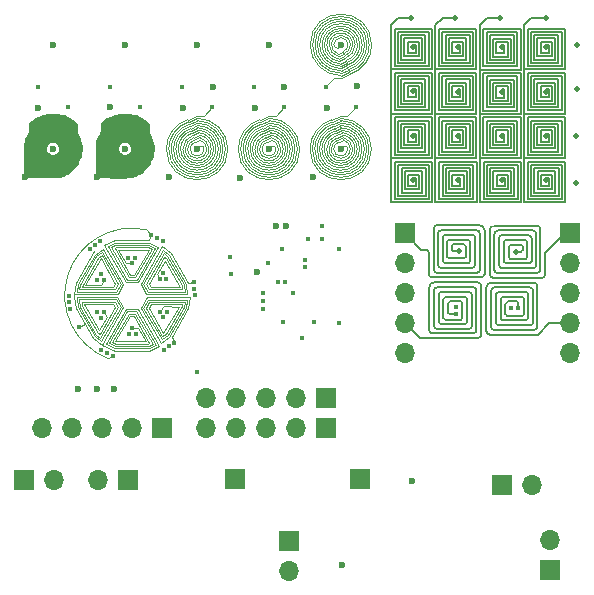
<source format=gbr>
%TF.GenerationSoftware,KiCad,Pcbnew,8.0.3*%
%TF.CreationDate,2024-07-16T20:49:30+03:00*%
%TF.ProjectId,PCBcoil,50434263-6f69-46c2-9e6b-696361645f70,rev?*%
%TF.SameCoordinates,Original*%
%TF.FileFunction,Copper,L6,Inr*%
%TF.FilePolarity,Positive*%
%FSLAX46Y46*%
G04 Gerber Fmt 4.6, Leading zero omitted, Abs format (unit mm)*
G04 Created by KiCad (PCBNEW 8.0.3) date 2024-07-16 20:49:30*
%MOMM*%
%LPD*%
G01*
G04 APERTURE LIST*
%TA.AperFunction,Conductor*%
%ADD10C,0.100000*%
%TD*%
%TA.AperFunction,ComponentPad*%
%ADD11R,1.700000X1.700000*%
%TD*%
%TA.AperFunction,ComponentPad*%
%ADD12O,1.700000X1.700000*%
%TD*%
%TA.AperFunction,ViaPad*%
%ADD13C,0.600000*%
%TD*%
%TA.AperFunction,ViaPad*%
%ADD14C,0.400000*%
%TD*%
%TA.AperFunction,ViaPad*%
%ADD15C,0.500000*%
%TD*%
%TA.AperFunction,Conductor*%
%ADD16C,0.130000*%
%TD*%
%TA.AperFunction,Conductor*%
%ADD17C,0.200000*%
%TD*%
G04 APERTURE END LIST*
D10*
%TO.N,unconnected-(U2-SENSEU-Pad4)*%
X111108695Y-91131875D02*
G75*
G02*
X107908699Y-91131875I-1599998J-1D01*
G01*
X122471533Y-91133088D02*
G75*
G02*
X120871533Y-91133088I-800000J0D01*
G01*
X113396533Y-91133088D02*
G75*
G02*
X114932755Y-89035550I2199967J88D01*
G01*
%TO.N,Net-(D1B-K)*%
X99601395Y-104481432D02*
X99527902Y-103854137D01*
X108878675Y-103686483D02*
X105229740Y-103691899D01*
%TO.N,unconnected-(U2-SENSEU-Pad4)*%
X121671533Y-89133088D02*
G75*
G02*
X123671612Y-91133088I67J-2000012D01*
G01*
%TO.N,Net-(D1B-K)*%
X99597731Y-102634189D02*
X99547635Y-103020958D01*
%TO.N,unconnected-(U2-SENSEU-Pad4)*%
X119286104Y-82318117D02*
G75*
G02*
X124086104Y-82318117I2400000J0D01*
G01*
X117996533Y-91133088D02*
G75*
G02*
X113196533Y-91133088I-2400000J0D01*
G01*
X121738142Y-89534479D02*
G75*
G02*
X123271605Y-91133088I-66542J-1598621D01*
G01*
%TO.N,Net-(D1B-K)*%
X99314959Y-103665310D02*
X102757579Y-103662825D01*
%TO.N,unconnected-(U2-SENSEU-Pad4)*%
X115596533Y-88733088D02*
G75*
G02*
X117996612Y-91133088I67J-2400012D01*
G01*
X115596533Y-89133088D02*
G75*
G02*
X117596612Y-91133088I67J-2000012D01*
G01*
X107108699Y-91131875D02*
G75*
G02*
X108784596Y-88843713I2399901J75D01*
G01*
%TO.N,Net-(D1B-K)*%
X105758404Y-107668388D02*
X104268404Y-105078388D01*
X105398404Y-107818388D02*
X105758404Y-107668388D01*
X108582265Y-104565156D02*
X107162265Y-107024668D01*
%TO.N,unconnected-(U2-SENSEU-Pad4)*%
X121619495Y-83916726D02*
G75*
G02*
X120086183Y-82318117I66705J1598626D01*
G01*
X107508699Y-91131875D02*
G75*
G02*
X108905288Y-89225097I2000001J-25D01*
G01*
%TO.N,Net-(D1B-K)*%
X102628404Y-107618388D02*
X102308404Y-107488388D01*
X105466150Y-104082425D02*
X105186150Y-104567399D01*
X105678404Y-99602069D02*
X104278404Y-102012069D01*
%TO.N,unconnected-(U2-SENSEU-Pad4)*%
X116196533Y-91133088D02*
G75*
G02*
X114996533Y-91133088I-600000J0D01*
G01*
X120671533Y-91133088D02*
G75*
G02*
X121369806Y-90179630I999967J88D01*
G01*
X115663142Y-89534479D02*
X115174141Y-89798330D01*
%TO.N,Net-(D1B-K)*%
X101435938Y-107693677D02*
X100676849Y-107138896D01*
%TO.N,unconnected-(U2-SENSEU-Pad4)*%
X122168838Y-83843555D02*
X121686103Y-84118117D01*
X119671533Y-91133088D02*
G75*
G02*
X121068097Y-89226230I1999967J88D01*
G01*
%TO.N,Net-(D1B-K)*%
X102568404Y-108018388D02*
X101768404Y-107658388D01*
X106756314Y-100581478D02*
X106118686Y-101677074D01*
X103498404Y-102412069D02*
X104499246Y-102414707D01*
X104951609Y-102535638D02*
X105341609Y-103211138D01*
X99993404Y-105953388D02*
X99535641Y-106195580D01*
X102618404Y-107818388D02*
X102038404Y-107568388D01*
%TO.N,unconnected-(U2-SENSEU-Pad4)*%
X108708699Y-91131875D02*
G75*
G02*
X109267339Y-90369177I800001J-25D01*
G01*
X107908699Y-91131875D02*
G75*
G02*
X109025971Y-89606457I1600001J-25D01*
G01*
%TO.N,Net-(D1B-K)*%
X102518404Y-99532069D02*
X103828404Y-101812069D01*
%TO.N,unconnected-(U2-SENSEU-Pad4)*%
X123886104Y-82318117D02*
G75*
G02*
X122349847Y-84415542I-2199804J-83D01*
G01*
X110908695Y-91131875D02*
G75*
G02*
X108108699Y-91131875I-1399998J-1D01*
G01*
X117196529Y-91133088D02*
G75*
G02*
X113996533Y-91133088I-1599998J-1D01*
G01*
X121513339Y-83505874D02*
G75*
G02*
X120485913Y-82318117I172861J1187774D01*
G01*
X121686104Y-84318117D02*
X122229180Y-84034237D01*
X111508699Y-91131875D02*
G75*
G02*
X107508699Y-91131875I-2000000J0D01*
G01*
X121875487Y-90154107D02*
X121430166Y-90370368D01*
%TO.N,Net-(D1B-K)*%
X100987731Y-100226638D02*
X101494238Y-99849343D01*
X103608404Y-102212069D02*
X104388404Y-102212069D01*
X106317562Y-107835750D02*
X105457562Y-108215750D01*
X102578404Y-99072069D02*
X101958404Y-99352069D01*
%TO.N,unconnected-(U2-SENSEU-Pad4)*%
X115596534Y-89333088D02*
G75*
G02*
X117396612Y-91133088I66J-1800012D01*
G01*
X115596533Y-88333088D02*
X114812089Y-88654248D01*
X120686104Y-82318117D02*
G75*
G02*
X122686104Y-82318117I1000000J0D01*
G01*
%TO.N,Net-(D1B-K)*%
X105408404Y-99672069D02*
X104168404Y-101812069D01*
%TO.N,unconnected-(U2-SENSEU-Pad4)*%
X121686103Y-84118117D02*
G75*
G02*
X119886183Y-82318117I97J1800017D01*
G01*
X120271533Y-91133088D02*
G75*
G02*
X121249143Y-89798336I1399867J88D01*
G01*
X113996533Y-91133088D02*
G75*
G02*
X115113801Y-89607657I1599867J88D01*
G01*
X120886104Y-82318117D02*
G75*
G02*
X122486104Y-82318117I800000J0D01*
G01*
%TO.N,Net-(D1B-K)*%
X99403190Y-104538130D02*
X99314959Y-103665310D01*
X105948404Y-99522069D02*
X104388404Y-102212069D01*
%TO.N,unconnected-(U2-SENSEU-Pad4)*%
X121450835Y-83082740D02*
G75*
G02*
X120886085Y-82318117I235265J764640D01*
G01*
X121686104Y-84518117D02*
G75*
G02*
X119486183Y-82318117I-4J2199917D01*
G01*
%TO.N,Net-(D1B-K)*%
X99103404Y-103663388D02*
X99223404Y-104613388D01*
X102417436Y-102830317D02*
X102587436Y-102535869D01*
X99810936Y-102664907D02*
X99787898Y-102824810D01*
X106854519Y-100351574D02*
X108199519Y-102681183D01*
%TO.N,unconnected-(U2-SENSEU-Pad4)*%
X115800487Y-90154107D02*
X115355166Y-90370368D01*
%TO.N,Net-(D1B-K)*%
X104488404Y-104678388D02*
X103487562Y-104675750D01*
%TO.N,unconnected-(U2-SENSEU-Pad4)*%
X119871533Y-91133088D02*
G75*
G02*
X121128439Y-89416910I1799967J88D01*
G01*
X121086104Y-82318117D02*
G75*
G02*
X122286104Y-82318117I600000J0D01*
G01*
X121671533Y-88533088D02*
G75*
G02*
X124271612Y-91133088I67J-2600012D01*
G01*
X110508699Y-91131875D02*
G75*
G02*
X108508699Y-91131875I-1000000J0D01*
G01*
%TO.N,Net-(D1B-K)*%
X103828404Y-101812069D02*
X104168404Y-101812069D01*
X104378404Y-104878388D02*
X103598404Y-104878388D01*
%TO.N,unconnected-(U2-SENSEU-Pad4)*%
X121513339Y-83505874D02*
X121987813Y-83271517D01*
X124271533Y-91133088D02*
G75*
G02*
X119071533Y-91133088I-2600000J0D01*
G01*
%TO.N,Net-(D1B-K)*%
X107942649Y-104473002D02*
X106675022Y-104468598D01*
X101251562Y-106819604D02*
X102571100Y-104545111D01*
%TO.N,unconnected-(U2-SENSEU-Pad4)*%
X108108699Y-91131875D02*
G75*
G02*
X109086313Y-89797137I1400001J-25D01*
G01*
%TO.N,Net-(D1B-K)*%
X106028404Y-107738388D02*
X104378404Y-104878388D01*
X99419526Y-102542849D02*
X100839526Y-100083337D01*
%TO.N,unconnected-(U2-SENSEU-Pad4)*%
X122671533Y-91133088D02*
G75*
G02*
X120671533Y-91133088I-1000000J0D01*
G01*
%TO.N,Net-(D1B-K)*%
X108377724Y-102589843D02*
X108451217Y-103217138D01*
%TO.N,unconnected-(U2-SENSEU-Pad4)*%
X120871533Y-91133088D02*
G75*
G02*
X121430148Y-90370310I799967J88D01*
G01*
X121800216Y-89739018D02*
G75*
G02*
X123071602Y-91133088I-128616J-1394082D01*
G01*
X116596533Y-91133088D02*
G75*
G02*
X114596533Y-91133088I-1000000J0D01*
G01*
%TO.N,Net-(D1B-K)*%
X108190855Y-104443098D02*
X108213893Y-104283194D01*
X101435938Y-107693677D02*
X103255715Y-104530899D01*
X102588404Y-99272069D02*
X102228404Y-99422069D01*
%TO.N,unconnected-(U2-SENSEU-Pad4)*%
X122886104Y-82293117D02*
G75*
G02*
X122048238Y-83462458I-1199904J-25083D01*
G01*
%TO.N,Net-(D1B-K)*%
X106507553Y-107258661D02*
X104957945Y-104562662D01*
%TO.N,unconnected-(U2-SENSEU-Pad4)*%
X123071529Y-91133088D02*
G75*
G02*
X120271533Y-91133088I-1399998J-1D01*
G01*
X109743968Y-90367252D02*
G75*
G02*
X110308748Y-91131875I-235368J-764748D01*
G01*
X109508699Y-88531875D02*
X108784597Y-88843715D01*
%TO.N,Net-(D1B-K)*%
X102668404Y-99472069D02*
X105358404Y-99472069D01*
X99224027Y-102486740D02*
X100814027Y-99732779D01*
%TO.N,unconnected-(U2-SENSEU-Pad4)*%
X109508699Y-89131875D02*
G75*
G02*
X111508725Y-91131875I-99J-2000125D01*
G01*
X121188799Y-89607650D02*
X121671534Y-89333088D01*
%TO.N,Net-(D1B-K)*%
X102578404Y-99072069D02*
X105418404Y-99072069D01*
%TO.N,unconnected-(U2-SENSEU-Pad4)*%
X113596533Y-91133088D02*
G75*
G02*
X114993097Y-89226230I1999967J88D01*
G01*
X122486104Y-82318117D02*
G75*
G02*
X121927454Y-83080782I-799804J-83D01*
G01*
%TO.N,Net-(D1B-K)*%
X101375677Y-107394578D02*
X103027510Y-104535636D01*
X99123116Y-103421522D02*
X102772051Y-103416106D01*
X105643404Y-98443388D02*
X105473404Y-98873388D01*
%TO.N,unconnected-(U2-SENSEU-Pad4)*%
X121671533Y-88333088D02*
X120887089Y-88654248D01*
X114196533Y-91133088D02*
G75*
G02*
X115174143Y-89798336I1399867J88D01*
G01*
%TO.N,Net-(D1B-K)*%
X101933404Y-108843388D02*
G75*
G02*
X105261653Y-97980805I2059996J5309998D01*
G01*
X108454156Y-104087047D02*
X105466150Y-104082425D01*
%TO.N,unconnected-(U2-SENSEU-Pad4)*%
X109025965Y-89606437D02*
X109508700Y-89331875D01*
X121686104Y-84718117D02*
G75*
G02*
X119286083Y-82318117I-104J2399917D01*
G01*
X123871533Y-91133088D02*
G75*
G02*
X119471533Y-91133088I-2200000J0D01*
G01*
X120071533Y-91133088D02*
G75*
G02*
X121188801Y-89607657I1599867J88D01*
G01*
%TO.N,Net-(D1B-K)*%
X102583404Y-108213388D02*
X102423404Y-108173388D01*
X106218404Y-99432069D02*
X104499246Y-102414707D01*
%TO.N,unconnected-(U2-SENSEU-Pad4)*%
X109712653Y-90152894D02*
G75*
G02*
X110508645Y-91131875I-204053J-979006D01*
G01*
X107308699Y-91131875D02*
G75*
G02*
X108844946Y-89034417I2200001J-25D01*
G01*
%TO.N,Net-(D1B-K)*%
X102038404Y-107568388D02*
X103598404Y-104878388D01*
%TO.N,unconnected-(U2-SENSEU-Pad4)*%
X115769298Y-89945331D02*
X115294824Y-90179688D01*
X121875487Y-90154107D02*
G75*
G02*
X122671599Y-91133088I-203887J-978993D01*
G01*
%TO.N,Net-(D1B-K)*%
X101669246Y-99254707D02*
X103498404Y-102412069D01*
X102772051Y-103416106D02*
X103274757Y-102550670D01*
%TO.N,unconnected-(U2-SENSEU-Pad4)*%
X110308699Y-91131875D02*
G75*
G02*
X108708699Y-91131875I-800000J0D01*
G01*
X122686104Y-82318117D02*
G75*
G02*
X121987801Y-83271480I-1000104J117D01*
G01*
%TO.N,Net-(D1B-K)*%
X104268404Y-105078388D02*
X103708404Y-105078388D01*
%TO.N,unconnected-(U2-SENSEU-Pad4)*%
X107708699Y-91131875D02*
G75*
G02*
X108965622Y-89415753I1799901J75D01*
G01*
%TO.N,Net-(D1B-K)*%
X106756314Y-100581478D02*
X108051314Y-102824484D01*
%TO.N,unconnected-(U2-SENSEU-Pad4)*%
X123086104Y-82318117D02*
G75*
G02*
X122108500Y-83652889I-1399904J-83D01*
G01*
X121686104Y-84718117D02*
X122349864Y-84415597D01*
%TO.N,Net-(D1B-K)*%
X99810936Y-102664907D02*
X101155936Y-100335298D01*
%TO.N,unconnected-(U2-SENSEU-Pad4)*%
X109575308Y-89533266D02*
G75*
G02*
X111108725Y-91131875I-66708J-1598734D01*
G01*
X123686104Y-82318117D02*
G75*
G02*
X122289505Y-84224862I-1999804J-83D01*
G01*
%TO.N,Net-(D1B-K)*%
X107302270Y-99932379D02*
X108753404Y-102443388D01*
%TO.N,unconnected-(U2-SENSEU-Pad4)*%
X115831802Y-90368465D02*
G75*
G02*
X116396592Y-91133088I-235202J-764635D01*
G01*
%TO.N,Net-(D1B-K)*%
X108051314Y-102824484D02*
X105578019Y-102820612D01*
X99527902Y-103854137D02*
X102637510Y-103860136D01*
%TO.N,unconnected-(U2-SENSEU-Pad4)*%
X121482150Y-83297098D02*
X121927471Y-83080837D01*
%TO.N,Net-(D1B-K)*%
X103027510Y-104535636D02*
X102637510Y-103860136D01*
%TO.N,unconnected-(U2-SENSEU-Pad4)*%
X109508699Y-88731875D02*
G75*
G02*
X111908725Y-91131875I-99J-2400125D01*
G01*
%TO.N,Net-(D1B-K)*%
X108404060Y-104473816D02*
X107014060Y-106881366D01*
%TO.N,unconnected-(U2-SENSEU-Pad4)*%
X109575308Y-89533266D02*
X109086307Y-89797117D01*
X121844298Y-89945331D02*
G75*
G02*
X122871786Y-91133088I-172898J-1187869D01*
G01*
%TO.N,Net-(D1B-K)*%
X107155929Y-100073632D02*
X108575929Y-102533144D01*
%TO.N,unconnected-(U2-SENSEU-Pad4)*%
X121686104Y-84518117D02*
X122289522Y-84224917D01*
%TO.N,Net-(D1B-K)*%
X107155929Y-100073632D02*
X106603442Y-99676696D01*
%TO.N,unconnected-(U2-SENSEU-Pad4)*%
X115596533Y-88933088D02*
G75*
G02*
X117796612Y-91133088I67J-2200012D01*
G01*
X109681464Y-89944118D02*
G75*
G02*
X110708994Y-91131875I-172864J-1187882D01*
G01*
%TO.N,Net-(D1B-K)*%
X105408404Y-108018388D02*
X102568404Y-108018388D01*
X105584355Y-104277687D02*
X105414355Y-104572136D01*
%TO.N,unconnected-(U2-SENSEU-Pad4)*%
X112108699Y-91131875D02*
G75*
G02*
X106908699Y-91131875I-2600000J0D01*
G01*
%TO.N,Net-(D1B-K)*%
X99787898Y-102824810D02*
X102417436Y-102830317D01*
X101428520Y-100123170D02*
X102815641Y-102540606D01*
X101663404Y-107843388D02*
X101435938Y-107693677D01*
%TO.N,unconnected-(U2-SENSEU-Pad4)*%
X121671533Y-88933088D02*
X121068115Y-89226288D01*
X111708699Y-91131875D02*
G75*
G02*
X107308699Y-91131875I-2200000J0D01*
G01*
%TO.N,Net-(D1B-K)*%
X102578404Y-107418388D02*
X103818404Y-105278388D01*
%TO.N,unconnected-(U2-SENSEU-Pad4)*%
X115769298Y-89945331D02*
G75*
G02*
X116796786Y-91133088I-172898J-1187869D01*
G01*
X114396533Y-91158088D02*
G75*
G02*
X115234414Y-89988793I1199967J24988D01*
G01*
%TO.N,Net-(D1B-K)*%
X99779600Y-104390092D02*
X99732184Y-104047964D01*
X106727557Y-100251671D02*
X105408019Y-102526164D01*
X106677820Y-99945523D02*
X105179814Y-102530901D01*
%TO.N,unconnected-(U2-SENSEU-Pad4)*%
X124071533Y-91133088D02*
G75*
G02*
X119271533Y-91133088I-2400000J0D01*
G01*
X110108699Y-91131875D02*
G75*
G02*
X108908699Y-91131875I-600000J0D01*
G01*
%TO.N,Net-(D1B-K)*%
X105368404Y-99272069D02*
X105948404Y-99522069D01*
X100676849Y-107138896D02*
X99223404Y-104613388D01*
X108664160Y-103405965D02*
X105221540Y-103408449D01*
X102653846Y-103220843D02*
X103043846Y-102545343D01*
%TO.N,unconnected-(U2-SENSEU-Pad4)*%
X109637382Y-89737805D02*
G75*
G02*
X110908730Y-91131875I-128782J-1394195D01*
G01*
%TO.N,Net-(D1B-K)*%
X108190855Y-104443098D02*
X106845855Y-106772706D01*
%TO.N,unconnected-(U2-SENSEU-Pad4)*%
X124286104Y-82318117D02*
G75*
G02*
X122470536Y-84796920I-2600104J117D01*
G01*
%TO.N,Net-(D1B-K)*%
X106987724Y-100182292D02*
X108377724Y-102589843D01*
X102529246Y-98874707D02*
X105473404Y-98873388D01*
%TO.N,unconnected-(U2-SENSEU-Pad4)*%
X121906802Y-90368465D02*
X121490508Y-90561050D01*
%TO.N,Net-(D1B-K)*%
X105318404Y-107618388D02*
X105468404Y-107558388D01*
X99352013Y-103219785D02*
X102653846Y-103220843D01*
%TO.N,unconnected-(U2-SENSEU-Pad4)*%
X116996529Y-91133088D02*
G75*
G02*
X114196533Y-91133088I-1399998J-1D01*
G01*
X109508699Y-89131875D02*
X108965623Y-89415755D01*
%TO.N,Net-(D1B-K)*%
X101551295Y-99570516D02*
X103274757Y-102550670D01*
X108451217Y-103217138D02*
X105341609Y-103211138D01*
X102228404Y-99422069D02*
X103718404Y-102012069D01*
X105358404Y-99472069D02*
X105678404Y-99602069D01*
%TO.N,unconnected-(U2-SENSEU-Pad4)*%
X115596533Y-88533088D02*
G75*
G02*
X118196612Y-91133088I67J-2600012D01*
G01*
X120485848Y-82318117D02*
G75*
G02*
X122886090Y-82293117I1200252J-83D01*
G01*
%TO.N,Net-(D1B-K)*%
X107014060Y-106881366D02*
X106507553Y-107258661D01*
X99123116Y-103421522D02*
X99224027Y-102486740D01*
X105168404Y-107418388D02*
X102578404Y-107418388D01*
X108575929Y-102533144D02*
X108664160Y-103405965D01*
%TO.N,unconnected-(U2-SENSEU-Pad4)*%
X120471533Y-91158088D02*
G75*
G02*
X121309414Y-89988793I1199967J24988D01*
G01*
X115596533Y-88933088D02*
X114993115Y-89226288D01*
%TO.N,Net-(D1B-K)*%
X99732184Y-104047964D02*
X102519305Y-104055399D01*
X100823190Y-106997642D02*
X101375677Y-107394578D01*
X105261654Y-97980799D02*
X105643404Y-98443388D01*
%TO.N,unconnected-(U2-SENSEU-Pad4)*%
X121671534Y-89333088D02*
G75*
G02*
X123471612Y-91133088I66J-1800012D01*
G01*
%TO.N,Net-(D1B-K)*%
X100991395Y-106888982D02*
X101301299Y-107125751D01*
X102423404Y-108173388D02*
X101663404Y-107843388D01*
%TO.N,unconnected-(U2-SENSEU-Pad4)*%
X122871789Y-91133088D02*
G75*
G02*
X120471473Y-91158089I-1200289J88D01*
G01*
%TO.N,Net-(D1B-K)*%
X106543181Y-99377597D02*
X104723404Y-102540375D01*
%TO.N,unconnected-(U2-SENSEU-Pad4)*%
X109681464Y-89944118D02*
X109206990Y-90178475D01*
X123471533Y-91133088D02*
G75*
G02*
X119871533Y-91133088I-1800000J0D01*
G01*
%TO.N,Net-(D1B-K)*%
X101124600Y-106719700D02*
X101251562Y-106819604D01*
%TO.N,unconnected-(U2-SENSEU-Pad4)*%
X121671533Y-88733088D02*
X121007773Y-89035608D01*
%TO.N,Net-(D1B-K)*%
X106845855Y-106772706D02*
X106573271Y-106984834D01*
%TO.N,unconnected-(U2-SENSEU-Pad4)*%
X121844298Y-89945331D02*
X121369824Y-90179688D01*
X121738142Y-89534479D02*
X121249141Y-89798330D01*
%TO.N,Net-(D1B-K)*%
X103718404Y-102012069D02*
X104278404Y-102012069D01*
X107162265Y-107024668D02*
X106450496Y-107537488D01*
X105229740Y-103691899D02*
X104727034Y-104557335D01*
%TO.N,unconnected-(U2-SENSEU-Pad4)*%
X115596533Y-89133088D02*
X115053457Y-89416968D01*
%TO.N,Net-(D1B-K)*%
X102799305Y-104540373D02*
X102519305Y-104055399D01*
X105179814Y-102530901D02*
X105459814Y-103015875D01*
X106573271Y-106984834D02*
X105186150Y-104567399D01*
X108213893Y-104283194D02*
X105584355Y-104277687D01*
X107942649Y-104473002D02*
X106647649Y-106716007D01*
X108199519Y-102681183D02*
X108246935Y-103023311D01*
X108753404Y-102443388D02*
X109233404Y-102403388D01*
%TO.N,unconnected-(U2-SENSEU-Pad4)*%
X113796533Y-91133088D02*
G75*
G02*
X115053439Y-89416910I1799967J88D01*
G01*
%TO.N,Net-(D1B-K)*%
X102588404Y-99272069D02*
X105368404Y-99272069D01*
X102818404Y-99672069D02*
X105408404Y-99672069D01*
%TO.N,unconnected-(U2-SENSEU-Pad4)*%
X121450835Y-83082740D02*
X121867129Y-82890155D01*
%TO.N,Net-(D1B-K)*%
X101124600Y-106719700D02*
X99779600Y-104390092D01*
%TO.N,unconnected-(U2-SENSEU-Pad4)*%
X110708955Y-91131875D02*
G75*
G02*
X108308705Y-91156875I-1200255J-25D01*
G01*
X112996533Y-91133088D02*
G75*
G02*
X114812071Y-88654190I2599967J88D01*
G01*
X121557421Y-83712187D02*
G75*
G02*
X120286178Y-82318117I128779J1394087D01*
G01*
%TO.N,Net-(D1B-K)*%
X101222806Y-106489796D02*
X101860433Y-105394200D01*
%TO.N,unconnected-(U2-SENSEU-Pad4)*%
X121686104Y-84318117D02*
G75*
G02*
X119686183Y-82318117I-4J1999917D01*
G01*
%TO.N,Net-(D1B-K)*%
X101958404Y-99352069D02*
X103608404Y-102212069D01*
X105318404Y-107618388D02*
X102628404Y-107618388D01*
%TO.N,unconnected-(U2-SENSEU-Pad4)*%
X115831802Y-90368465D02*
X115415508Y-90561050D01*
%TO.N,Net-(D1B-K)*%
X107393404Y-107033388D02*
X107603404Y-107533388D01*
X108777764Y-104621264D02*
X107393404Y-107033388D01*
X104723404Y-102540375D02*
X105221540Y-103408449D01*
X104158404Y-105278388D02*
X103818404Y-105278388D01*
X105347945Y-103887162D02*
X104957945Y-104562662D01*
X108878675Y-103686483D02*
X108777764Y-104621264D01*
X106603442Y-99676696D02*
X104951609Y-102535638D01*
%TO.N,unconnected-(U2-SENSEU-Pad4)*%
X109743968Y-90367252D02*
X109327674Y-90559837D01*
X123271529Y-91133088D02*
G75*
G02*
X120071533Y-91133088I-1599998J-1D01*
G01*
%TO.N,Net-(D1B-K)*%
X102668404Y-99472069D02*
X102518404Y-99532069D01*
%TO.N,unconnected-(U2-SENSEU-Pad4)*%
X115725216Y-89739018D02*
G75*
G02*
X116996602Y-91133088I-128616J-1394082D01*
G01*
X109508700Y-89331875D02*
G75*
G02*
X111308725Y-91131875I-100J-1800125D01*
G01*
%TO.N,Net-(D1B-K)*%
X100991395Y-106888982D02*
X99601395Y-104481432D01*
X101494238Y-99849343D02*
X103043846Y-102545343D01*
%TO.N,unconnected-(U2-SENSEU-Pad4)*%
X116796789Y-91133088D02*
G75*
G02*
X114396473Y-91158089I-1200289J88D01*
G01*
X109637382Y-89737805D02*
X109146570Y-89987549D01*
%TO.N,Net-(D1B-K)*%
X99123116Y-103421522D02*
X99103404Y-103663388D01*
%TO.N,unconnected-(U2-SENSEU-Pad4)*%
X123286104Y-82318117D02*
G75*
G02*
X122168842Y-83843569I-1599904J-83D01*
G01*
X121686104Y-84918117D02*
X122410206Y-84606277D01*
X115800487Y-90154107D02*
G75*
G02*
X116596599Y-91133088I-203887J-978993D01*
G01*
X121800216Y-89739018D02*
X121309404Y-89988762D01*
%TO.N,Net-(D1B-K)*%
X108582265Y-104565156D02*
X108649778Y-103888220D01*
X101669246Y-99254707D02*
X102529246Y-98874707D01*
%TO.N,unconnected-(U2-SENSEU-Pad4)*%
X117596533Y-91133088D02*
G75*
G02*
X113596533Y-91133088I-2000000J0D01*
G01*
X109508699Y-88531875D02*
G75*
G02*
X112108725Y-91131875I-99J-2600125D01*
G01*
X119686104Y-82318117D02*
G75*
G02*
X123686104Y-82318117I2000000J0D01*
G01*
%TO.N,Net-(D1B-K)*%
X108246935Y-103023311D02*
X105459814Y-103015875D01*
X103255715Y-104530899D02*
X102757579Y-103662825D01*
X102308404Y-107488388D02*
X103708404Y-105078388D01*
X106987724Y-100182292D02*
X106677820Y-99945523D01*
X106543181Y-99377597D02*
X107302270Y-99932379D01*
X102353404Y-108643388D02*
X101933404Y-108843388D01*
X105398404Y-107818388D02*
X102618404Y-107818388D01*
%TO.N,unconnected-(U2-SENSEU-Pad4)*%
X109712653Y-90152894D02*
X109267332Y-90369155D01*
%TO.N,Net-(D1B-K)*%
X108649778Y-103888220D02*
X105347945Y-103887162D01*
X105168404Y-107418388D02*
X104538404Y-106318388D01*
%TO.N,unconnected-(U2-SENSEU-Pad4)*%
X108508699Y-91131875D02*
G75*
G02*
X109206989Y-90178473I999901J75D01*
G01*
%TO.N,Net-(D1B-K)*%
X105468404Y-107558388D02*
X104158404Y-105278388D01*
%TO.N,unconnected-(U2-SENSEU-Pad4)*%
X113196533Y-91133088D02*
G75*
G02*
X114872413Y-88844870I2399967J88D01*
G01*
X123671533Y-91133088D02*
G75*
G02*
X119671533Y-91133088I-2000000J0D01*
G01*
X106908699Y-91131875D02*
G75*
G02*
X108724254Y-88653033I2599901J75D01*
G01*
X115596533Y-88733088D02*
X114932773Y-89035608D01*
%TO.N,Net-(D1B-K)*%
X102535641Y-103025580D02*
X102815641Y-102540606D01*
%TO.N,unconnected-(U2-SENSEU-Pad4)*%
X111308699Y-91131875D02*
G75*
G02*
X107708699Y-91131875I-1800000J0D01*
G01*
%TO.N,Net-(D1B-K)*%
X101301299Y-107125751D02*
X102799305Y-104540373D01*
%TO.N,unconnected-(U2-SENSEU-Pad4)*%
X109508699Y-88931875D02*
G75*
G02*
X111708725Y-91131875I-99J-2200125D01*
G01*
%TO.N,Net-(D1B-K)*%
X99597731Y-102634189D02*
X100987731Y-100226638D01*
%TO.N,unconnected-(U2-SENSEU-Pad4)*%
X124086104Y-82318117D02*
G75*
G02*
X122410194Y-84606240I-2400104J117D01*
G01*
X121686104Y-85118117D02*
X122470548Y-84796957D01*
X109508699Y-88931875D02*
X108905281Y-89225075D01*
X121671533Y-88933088D02*
G75*
G02*
X123871612Y-91133088I67J-2200012D01*
G01*
X109508699Y-88731875D02*
X108844939Y-89034395D01*
%TO.N,Net-(D1B-K)*%
X100059141Y-102635003D02*
X101326769Y-102639407D01*
X100839526Y-100083337D02*
X101551295Y-99570516D01*
%TO.N,unconnected-(U2-SENSEU-Pad4)*%
X121071533Y-91133088D02*
G75*
G02*
X121490510Y-90561057I599867J88D01*
G01*
%TO.N,Net-(D1B-K)*%
X105408019Y-102526164D02*
X105578019Y-102820612D01*
%TO.N,unconnected-(U2-SENSEU-Pad4)*%
X114796533Y-91133088D02*
G75*
G02*
X115355148Y-90370310I799967J88D01*
G01*
X121557421Y-83712187D02*
X122048233Y-83462443D01*
X118196533Y-91133088D02*
G75*
G02*
X112996533Y-91133088I-2600000J0D01*
G01*
X116396533Y-91133088D02*
G75*
G02*
X114796533Y-91133088I-800000J0D01*
G01*
%TO.N,Net-(D1B-K)*%
X105418404Y-99072069D02*
X106218404Y-99432069D01*
%TO.N,unconnected-(U2-SENSEU-Pad4)*%
X117796533Y-91133088D02*
G75*
G02*
X113396533Y-91133088I-2200000J0D01*
G01*
X114996533Y-91133088D02*
G75*
G02*
X115415510Y-90561057I599867J88D01*
G01*
X122286104Y-82318117D02*
G75*
G02*
X121867133Y-82890169I-599904J-83D01*
G01*
X121671533Y-88733088D02*
G75*
G02*
X124071612Y-91133088I67J-2400012D01*
G01*
X122271533Y-91133088D02*
G75*
G02*
X121071533Y-91133088I-600000J0D01*
G01*
%TO.N,Net-(D1B-K)*%
X102818404Y-99672069D02*
X103448404Y-100772069D01*
%TO.N,unconnected-(U2-SENSEU-Pad4)*%
X119086104Y-82318117D02*
G75*
G02*
X124286104Y-82318117I2600000J0D01*
G01*
%TO.N,Net-(D1B-K)*%
X101155936Y-100335298D02*
X101428520Y-100123170D01*
%TO.N,unconnected-(U2-SENSEU-Pad4)*%
X119471533Y-91133088D02*
G75*
G02*
X121007755Y-89035550I2199967J88D01*
G01*
%TO.N,Net-(D1B-K)*%
X106647649Y-106716007D02*
X105414355Y-104572136D01*
%TO.N,unconnected-(U2-SENSEU-Pad4)*%
X121619495Y-83916726D02*
X122108496Y-83652875D01*
X115113799Y-89607650D02*
X115596534Y-89333088D01*
%TO.N,Net-(D1B-K)*%
X105408404Y-108018388D02*
X106028404Y-107738388D01*
%TO.N,unconnected-(U2-SENSEU-Pad4)*%
X115596533Y-88533088D02*
X114872431Y-88844928D01*
X119271533Y-91133088D02*
G75*
G02*
X120947413Y-88844870I2399967J88D01*
G01*
X108308699Y-91156875D02*
G75*
G02*
X109146576Y-89987569I1200001J24975D01*
G01*
X117396533Y-91133088D02*
G75*
G02*
X113796533Y-91133088I-1800000J0D01*
G01*
%TO.N,Net-(D1B-K)*%
X102571100Y-104545111D02*
X102401100Y-104250662D01*
%TO.N,unconnected-(U2-SENSEU-Pad4)*%
X119886104Y-82318117D02*
G75*
G02*
X123486104Y-82318117I1800000J0D01*
G01*
%TO.N,Net-(D1B-K)*%
X105457562Y-108215750D02*
X102583404Y-108213388D01*
X101222806Y-106489796D02*
X99927806Y-104246791D01*
%TO.N,unconnected-(U2-SENSEU-Pad4)*%
X111908699Y-91131875D02*
G75*
G02*
X107108699Y-91131875I-2400000J0D01*
G01*
X121671533Y-88533088D02*
X120947431Y-88844928D01*
X115725216Y-89739018D02*
X115234404Y-89988762D01*
X119486104Y-82318117D02*
G75*
G02*
X123886104Y-82318117I2200000J0D01*
G01*
X120086108Y-82318117D02*
G75*
G02*
X123286104Y-82318117I1599998J1D01*
G01*
%TO.N,Net-(D1B-K)*%
X106854519Y-100351574D02*
X106727557Y-100251671D01*
%TO.N,unconnected-(U2-SENSEU-Pad4)*%
X121671533Y-89133088D02*
X121128457Y-89416968D01*
%TO.N,Net-(D1B-K)*%
X99927806Y-104246791D02*
X102401100Y-104250662D01*
X100059141Y-102635003D02*
X101354141Y-100391997D01*
%TO.N,unconnected-(U2-SENSEU-Pad4)*%
X121686104Y-84918117D02*
G75*
G02*
X119086183Y-82318117I-4J2599917D01*
G01*
%TO.N,Net-(D1B-K)*%
X101354141Y-100391997D02*
X102587436Y-102535869D01*
%TO.N,unconnected-(U2-SENSEU-Pad4)*%
X123486104Y-82318117D02*
G75*
G02*
X122229168Y-84034200I-1800104J117D01*
G01*
X119071533Y-91133088D02*
G75*
G02*
X120887071Y-88654190I2599967J88D01*
G01*
X121482150Y-83297098D02*
G75*
G02*
X120686084Y-82318117I203950J978998D01*
G01*
X115663142Y-89534479D02*
G75*
G02*
X117196605Y-91133088I-66542J-1598621D01*
G01*
%TO.N,Net-(D1B-K)*%
X99547635Y-103020958D02*
X102535641Y-103025580D01*
X106450496Y-107537488D02*
X104727034Y-104557335D01*
%TO.N,unconnected-(U2-SENSEU-Pad4)*%
X108908699Y-91131875D02*
G75*
G02*
X109327680Y-90559857I600001J-25D01*
G01*
%TO.N,Net-(D1B-K)*%
X100823190Y-106997642D02*
X99403190Y-104538130D01*
X106317562Y-107835750D02*
X104488404Y-104678388D01*
X108404060Y-104473816D02*
X108454156Y-104087047D01*
X99419526Y-102542849D02*
X99352013Y-103219785D01*
%TO.N,unconnected-(U2-SENSEU-Pad4)*%
X120286108Y-82318117D02*
G75*
G02*
X123086104Y-82318117I1399998J1D01*
G01*
X109508699Y-88331875D02*
X108724255Y-88653035D01*
X114596533Y-91133088D02*
G75*
G02*
X115294806Y-90179630I999967J88D01*
G01*
X121906802Y-90368465D02*
G75*
G02*
X122471592Y-91133088I-235202J-764635D01*
G01*
%TO.N,Net-(D1B-K)*%
X101768404Y-107658388D02*
X103487562Y-104675750D01*
%TD*%
D11*
%TO.N,N/C*%
%TO.C,REF\u002A\u002A*%
X141075000Y-98247500D03*
D12*
X141075000Y-100787500D03*
%TO.N,Net-(D1C-K)*%
X141075000Y-103327500D03*
X141075000Y-105867500D03*
X141075000Y-108407500D03*
%TD*%
D11*
%TO.N,+5V*%
%TO.C,REF\u002A\u002A*%
X139405000Y-126750000D03*
D12*
%TO.N,GND2*%
X139405000Y-124210000D03*
%TD*%
D11*
%TO.N,EN*%
%TO.C,REF\u002A\u002A*%
X120382500Y-114787500D03*
D12*
%TO.N,FAULT*%
X117842500Y-114787500D03*
%TO.N,STBY*%
X115302500Y-114787500D03*
%TO.N,~{SHDN}*%
X112762500Y-114787500D03*
%TO.N,EN_U*%
X110222500Y-114787500D03*
%TD*%
D11*
%TO.N,Net-(D10-K)*%
%TO.C,REF\u002A\u002A*%
X117305000Y-124305000D03*
D12*
%TO.N,Net-(D7-A)*%
X117305000Y-126845000D03*
%TD*%
D11*
%TO.N,N/C*%
%TO.C,REF\u002A\u002A*%
X127075000Y-98247500D03*
D12*
X127075000Y-100787500D03*
%TO.N,Net-(D1C-K)*%
X127075000Y-103327500D03*
X127075000Y-105867500D03*
X127075000Y-108407500D03*
%TD*%
D11*
%TO.N,Net-(Q3-C)*%
%TO.C,REF\u002A\u002A*%
X94870000Y-119145000D03*
D12*
%TO.N,+9V*%
X97410000Y-119145000D03*
%TD*%
D11*
%TO.N,Net-(C14-Pad1)*%
%TO.C,REF\u002A\u002A*%
X112735000Y-119105000D03*
%TD*%
%TO.N,Net-(C16-Pad1)*%
%TO.C,REF\u002A\u002A*%
X103640000Y-119145000D03*
D12*
%TO.N,+9V*%
X101100000Y-119145000D03*
%TD*%
D11*
%TO.N,3.3V*%
%TO.C,REF\u002A\u002A*%
X135325000Y-119578750D03*
D12*
%TO.N,Net-(Q1-C)*%
X137865000Y-119578750D03*
%TD*%
D11*
%TO.N,IN_W*%
%TO.C,REF\u002A\u002A*%
X120382500Y-112257500D03*
D12*
%TO.N,EN_W*%
X117842500Y-112257500D03*
%TO.N,IN_V*%
X115302500Y-112257500D03*
%TO.N,EN_V*%
X112762500Y-112257500D03*
%TO.N,IN_U*%
X110222500Y-112257500D03*
%TD*%
D11*
%TO.N,Net-(D3-A)*%
%TO.C,REF\u002A\u002A*%
X123315000Y-119095000D03*
%TD*%
%TO.N,GND*%
%TO.C,REF\u002A\u002A*%
X106522500Y-114777500D03*
D12*
%TO.N,Net-(J1-Pin_1)*%
X103982500Y-114777500D03*
%TO.N,Net-(J1-Pin_2)*%
X101442500Y-114777500D03*
%TO.N,Net-(J1-Pin_3)*%
X98902500Y-114777500D03*
%TO.N,3.3V*%
X96362500Y-114777500D03*
%TD*%
D13*
%TO.N,GND4*%
X94960000Y-93515000D03*
X101010000Y-93465000D03*
D14*
%TO.N,*%
X103688404Y-100322069D03*
X106944733Y-104901444D03*
D15*
X127617276Y-80044006D03*
D14*
X104028404Y-106298388D03*
D15*
X135317276Y-86274006D03*
D14*
X106402701Y-104900271D03*
D15*
X127817276Y-86249006D03*
D14*
X102347562Y-108645750D03*
D15*
X127829776Y-82499006D03*
D14*
X101311917Y-98959856D03*
X103718404Y-106758388D03*
D15*
X131377276Y-80044006D03*
X131650000Y-99802500D03*
D14*
X100406636Y-99578401D03*
D15*
X141585000Y-90065000D03*
D14*
X101350722Y-105411354D03*
D15*
X141645000Y-86065000D03*
D14*
X107595155Y-107529603D03*
X101069382Y-104904060D03*
D15*
X131567276Y-86274006D03*
D14*
X106132373Y-98676072D03*
X100853567Y-99267023D03*
X109229661Y-102410718D03*
X98666423Y-103567288D03*
D15*
X131579776Y-93774006D03*
D14*
X103958404Y-100792069D03*
D15*
X141655000Y-82335000D03*
D14*
X101057058Y-102206561D03*
D15*
X135329776Y-90024006D03*
X139067276Y-86274006D03*
X131579776Y-82524006D03*
D14*
X109312696Y-103503987D03*
D15*
X135329776Y-82524006D03*
D14*
X106628397Y-101659920D03*
X101359246Y-108171026D03*
X101854435Y-108414385D03*
X98749458Y-104660557D03*
X106909737Y-102167215D03*
X101599090Y-102207734D03*
D15*
X139079776Y-93774006D03*
D14*
X98703262Y-104117814D03*
D15*
X127829776Y-93749006D03*
D14*
X106627562Y-98919431D03*
D15*
X139079776Y-90024006D03*
D14*
X104268404Y-100332069D03*
X107148224Y-107840981D03*
D15*
X127829776Y-89999006D03*
D14*
X131408118Y-105098669D03*
X109275857Y-102953461D03*
D15*
X135329776Y-93774006D03*
D14*
X104298404Y-106768388D03*
D15*
X141575000Y-94055000D03*
D14*
X101355718Y-101709266D03*
X136669975Y-104627846D03*
X106356365Y-102128747D03*
X106689874Y-108148148D03*
D15*
X131579776Y-90024006D03*
X139037276Y-80034006D03*
D14*
X106646073Y-105398738D03*
X101622754Y-104942527D03*
D15*
X136475000Y-99827500D03*
X135187276Y-80054006D03*
D14*
X105625641Y-98415580D03*
D15*
X139079776Y-82524006D03*
D14*
%TO.N,GND*%
X109542500Y-109977500D03*
X115472500Y-100797500D03*
X121500000Y-99597500D03*
D13*
X113183698Y-93581875D03*
D14*
X116675641Y-99595580D03*
X112412500Y-101677500D03*
D13*
X119283698Y-93531875D03*
D14*
%TO.N,V_Mot<5V*%
X112332500Y-100237500D03*
X117662500Y-103337500D03*
%TO.N,Net-(D1C-K)*%
X131400288Y-104527500D03*
X115082500Y-104647500D03*
X136098806Y-104635676D03*
%TO.N,Net-(D1B-K)*%
X99535641Y-106185580D03*
X115072500Y-103997500D03*
%TO.N,Net-(D1A-K)*%
X115092500Y-103347500D03*
D13*
%TO.N,IN_W*%
X116222500Y-97657500D03*
D14*
%TO.N,EN_V*%
X118648195Y-101154508D03*
D13*
%TO.N,unconnected-(U2-SENSEU-Pad4)*%
X114435000Y-87655000D03*
D14*
X108230000Y-85847327D03*
D13*
X103415189Y-82332155D03*
X115583678Y-82331892D03*
X96045000Y-87655000D03*
D14*
X122948511Y-87606594D03*
D13*
X110855000Y-85925000D03*
X115588322Y-91121766D03*
X121669811Y-91122047D03*
X109494811Y-91122047D03*
X97326300Y-91122328D03*
D14*
X110773511Y-87606594D03*
D13*
X109508700Y-82331874D03*
D14*
X104698511Y-87606594D03*
X114305000Y-85847327D03*
D13*
X121677211Y-82331593D03*
X123055000Y-85825000D03*
D14*
X96055000Y-85847327D03*
X102136489Y-85847608D03*
D13*
X102135000Y-87615000D03*
X97333700Y-82331874D03*
X103419811Y-91122047D03*
X108295000Y-87625000D03*
X116845000Y-85845000D03*
D14*
X120398511Y-85847046D03*
X98605000Y-87606875D03*
X116867022Y-87606313D03*
D13*
X120485000Y-87625000D03*
D14*
%TO.N,EN_U*%
X116362500Y-102437500D03*
%TO.N,STBY*%
X118892500Y-98767500D03*
D13*
%TO.N,EN_W*%
X117032500Y-97667500D03*
D14*
%TO.N,IN_U*%
X116982500Y-102377500D03*
%TO.N,IN_V*%
X118672502Y-100554998D03*
%TO.N,EN*%
X120082500Y-97667500D03*
%TO.N,~{SHDN}*%
X118352500Y-107097500D03*
%TO.N,+5V*%
X121532500Y-105837500D03*
X116752500Y-105787500D03*
D13*
X114560454Y-101572698D03*
D14*
X120082500Y-98757500D03*
X119400000Y-105787500D03*
D13*
%TO.N,Net-(Q1-C)*%
X127732500Y-119278750D03*
%TO.N,Net-(D7-A)*%
X121777500Y-126387500D03*
%TO.N,Net-(J1-Pin_3)*%
X99450454Y-111452698D03*
%TO.N,Net-(J1-Pin_2)*%
X101020454Y-111452698D03*
%TO.N,Net-(J1-Pin_1)*%
X102510454Y-111482698D03*
%TO.N,GND4*%
X107108698Y-93481875D03*
%TD*%
D16*
%TO.N,*%
X136067276Y-85536506D02*
X134567276Y-85536506D01*
D17*
X136925000Y-99227500D02*
X136075000Y-99227500D01*
D16*
X127067276Y-89274006D02*
X127067276Y-90799006D01*
X127342276Y-90524006D02*
X128017276Y-90524006D01*
X139267276Y-89824006D02*
X139067276Y-89824006D01*
X133142276Y-80949006D02*
X129992276Y-80949006D01*
X129692276Y-84399006D02*
X129692276Y-88149006D01*
D17*
X133450000Y-98302500D02*
X133450000Y-101352500D01*
X135625000Y-100827500D02*
X137575000Y-100827500D01*
D16*
X135542276Y-94286506D02*
X135542276Y-93586506D01*
X138342276Y-93024006D02*
X138342276Y-94549006D01*
X140117276Y-95099006D02*
X140117276Y-92749006D01*
D17*
X132800000Y-101202500D02*
X130150000Y-101202500D01*
X130650000Y-100252500D02*
X130650000Y-99002500D01*
D16*
X140642276Y-80949006D02*
X137492276Y-80949006D01*
D17*
X129125000Y-101727500D02*
X129125000Y-99902500D01*
D16*
X128867276Y-92749006D02*
X126817276Y-92749006D01*
X139817276Y-83574006D02*
X139817276Y-81774006D01*
X134292276Y-83586506D02*
X136067276Y-83586506D01*
X129117276Y-84124006D02*
X129117276Y-81224006D01*
X131117276Y-94274006D02*
X131792276Y-94274006D01*
X134042276Y-95111506D02*
X136367276Y-95111506D01*
D17*
X126547276Y-80044006D02*
X127604776Y-80044006D01*
D16*
X140092276Y-85249006D02*
X138042276Y-85249006D01*
X128017276Y-89824006D02*
X127817276Y-89824006D01*
X137517276Y-95374006D02*
X140392276Y-95374006D01*
X134567276Y-83311506D02*
X135792276Y-83311506D01*
X133767276Y-95386506D02*
X136642276Y-95386506D01*
X126817276Y-94824006D02*
X128592276Y-94824006D01*
D17*
X135174776Y-80054006D02*
X135184776Y-80044006D01*
D16*
X129392276Y-91899006D02*
X129392276Y-88449006D01*
X128017276Y-82324006D02*
X127817276Y-82324006D01*
X127067276Y-85524006D02*
X127067276Y-87049006D01*
X128842276Y-81499006D02*
X126792276Y-81499006D01*
X130017276Y-95374006D02*
X132892276Y-95374006D01*
X134567276Y-81786506D02*
X134567276Y-83311506D01*
X132317276Y-81774006D02*
X130817276Y-81774006D01*
X131592276Y-93574006D02*
X131592276Y-93774006D01*
X130567276Y-92749006D02*
X130567276Y-94824006D01*
X140367276Y-84974006D02*
X137767276Y-84974006D01*
X129392276Y-88149006D02*
X129392276Y-84699006D01*
X130292276Y-95099006D02*
X132617276Y-95099006D01*
X138067276Y-92749006D02*
X138067276Y-94824006D01*
X134292276Y-87336506D02*
X136067276Y-87336506D01*
X140367276Y-87874006D02*
X140367276Y-84974006D01*
D17*
X133550000Y-102002500D02*
X129400000Y-102002500D01*
D16*
X139542276Y-87049006D02*
X139542276Y-85799006D01*
X140367276Y-88724006D02*
X137767276Y-88724006D01*
X137517276Y-92199006D02*
X137517276Y-95374006D01*
X130817276Y-89274006D02*
X130817276Y-90799006D01*
X129992276Y-80949006D02*
X129992276Y-84124006D01*
X133442276Y-88161506D02*
X133442276Y-91911506D01*
X138317276Y-90799006D02*
X139542276Y-90799006D01*
X137767276Y-87599006D02*
X140092276Y-87599006D01*
X136642276Y-92486506D02*
X134042276Y-92486506D01*
X132042276Y-85799006D02*
X131092276Y-85799006D01*
X128292276Y-83299006D02*
X128292276Y-82049006D01*
X131767276Y-83024006D02*
X131767276Y-82324006D01*
D17*
X129550000Y-101352500D02*
X129550000Y-97852500D01*
D16*
X131092276Y-90524006D02*
X131767276Y-90524006D01*
X137192276Y-80649006D02*
X137192276Y-84399006D01*
X140392276Y-92474006D02*
X137792276Y-92474006D01*
X129692276Y-91899006D02*
X133142276Y-91899006D01*
X136642276Y-95386506D02*
X136642276Y-92486506D01*
X136892276Y-80961506D02*
X133742276Y-80961506D01*
X126242276Y-91624006D02*
X129117276Y-91624006D01*
D17*
X136025000Y-100427500D02*
X137325000Y-100427500D01*
D16*
X137792276Y-95099006D02*
X140117276Y-95099006D01*
D17*
X129800000Y-97602500D02*
X133450000Y-97602500D01*
D16*
X128292276Y-82049006D02*
X127342276Y-82049006D01*
X132617276Y-92749006D02*
X130567276Y-92749006D01*
X125942276Y-88149006D02*
X125942276Y-91899006D01*
X136917276Y-95661506D02*
X136917276Y-92211506D01*
X129692276Y-95649006D02*
X133167276Y-95649006D01*
X127092276Y-93024006D02*
X127092276Y-94549006D01*
D17*
X133850000Y-98002500D02*
X133850000Y-101702500D01*
D16*
X128567276Y-91074006D02*
X128567276Y-89274006D01*
X136092276Y-93036506D02*
X134592276Y-93036506D01*
D17*
X135075000Y-98677500D02*
X135075000Y-100977500D01*
D16*
X134317276Y-92761506D02*
X134317276Y-94836506D01*
X129117276Y-91624006D02*
X129117276Y-88724006D01*
X131567276Y-86074006D02*
X131567276Y-86274006D01*
X132042276Y-83299006D02*
X132042276Y-82049006D01*
X130542276Y-81499006D02*
X130542276Y-83574006D01*
X140092276Y-83849006D02*
X140092276Y-81499006D01*
X132042276Y-87049006D02*
X132042276Y-85799006D01*
X137767276Y-84974006D02*
X137767276Y-87599006D01*
D17*
X135875000Y-99427500D02*
X135875000Y-100277500D01*
X129900000Y-100952500D02*
X129900000Y-98302500D01*
D16*
X139567276Y-93299006D02*
X138617276Y-93299006D01*
D17*
X131650000Y-99802500D02*
X131200000Y-99802500D01*
D16*
X128567276Y-87324006D02*
X128567276Y-85524006D01*
X139267276Y-90524006D02*
X139267276Y-89824006D01*
X135317276Y-82336506D02*
X135317276Y-82536506D01*
D17*
X139024776Y-80034006D02*
X139034776Y-80044006D01*
D16*
X135792276Y-85811506D02*
X134842276Y-85811506D01*
D17*
X131050000Y-99652500D02*
X131050000Y-99352500D01*
D16*
X134017276Y-88736506D02*
X134017276Y-91361506D01*
X139542276Y-83299006D02*
X139542276Y-82049006D01*
D17*
X133442276Y-80661506D02*
X134059776Y-80044006D01*
D16*
X136617276Y-81236506D02*
X134017276Y-81236506D01*
X138592276Y-86774006D02*
X139267276Y-86774006D01*
X130817276Y-85524006D02*
X130817276Y-87049006D01*
X132592276Y-91349006D02*
X132592276Y-88999006D01*
X129117276Y-84974006D02*
X126517276Y-84974006D01*
X134042276Y-92486506D02*
X134042276Y-95111506D01*
X133442276Y-91911506D02*
X136892276Y-91911506D01*
X126517276Y-88724006D02*
X126517276Y-91349006D01*
X132592276Y-81499006D02*
X130542276Y-81499006D01*
X126517276Y-83849006D02*
X128842276Y-83849006D01*
X128567276Y-81774006D02*
X127067276Y-81774006D01*
X129992276Y-87874006D02*
X132867276Y-87874006D01*
X134317276Y-94836506D02*
X136092276Y-94836506D01*
X129992276Y-84124006D02*
X132867276Y-84124006D01*
X138042276Y-87324006D02*
X139817276Y-87324006D01*
X126542276Y-95099006D02*
X128867276Y-95099006D01*
X138042276Y-91074006D02*
X139817276Y-91074006D01*
X127367276Y-94274006D02*
X128042276Y-94274006D01*
X126242276Y-84699006D02*
X126242276Y-87874006D01*
X126792276Y-83574006D02*
X128567276Y-83574006D01*
X132042276Y-82049006D02*
X131092276Y-82049006D01*
D17*
X134059776Y-80044006D02*
X135164776Y-80044006D01*
D16*
X140392276Y-95374006D02*
X140392276Y-92474006D01*
X128317276Y-93299006D02*
X127367276Y-93299006D01*
X128292276Y-87049006D02*
X128292276Y-85799006D01*
X130267276Y-84974006D02*
X130267276Y-87599006D01*
D17*
X137825000Y-100577500D02*
X137825000Y-98677500D01*
D16*
X138617276Y-94274006D02*
X139292276Y-94274006D01*
D17*
X137192276Y-80649006D02*
X137797276Y-80044006D01*
D16*
X136067276Y-91086506D02*
X136067276Y-89286506D01*
D17*
X132650000Y-99002500D02*
X132650000Y-100652500D01*
D16*
X138592276Y-82049006D02*
X138592276Y-83024006D01*
X134017276Y-84986506D02*
X134017276Y-87611506D01*
X132867276Y-88724006D02*
X130267276Y-88724006D01*
X128317276Y-94549006D02*
X128317276Y-93299006D01*
X140642276Y-88449006D02*
X137492276Y-88449006D01*
X127342276Y-82049006D02*
X127342276Y-83024006D01*
X137792276Y-92474006D02*
X137792276Y-95099006D01*
X137767276Y-83849006D02*
X140092276Y-83849006D01*
X132892276Y-92474006D02*
X130292276Y-92474006D01*
X132067276Y-94549006D02*
X132067276Y-93299006D01*
X132592276Y-83849006D02*
X132592276Y-81499006D01*
X129692276Y-84399006D02*
X133142276Y-84399006D01*
X134567276Y-87061506D02*
X135792276Y-87061506D01*
X128867276Y-95099006D02*
X128867276Y-92749006D01*
X138067276Y-94824006D02*
X139842276Y-94824006D01*
X128842276Y-88999006D02*
X126792276Y-88999006D01*
X131567276Y-89824006D02*
X131567276Y-90024006D01*
X126517276Y-87599006D02*
X128842276Y-87599006D01*
D17*
X133200000Y-101602500D02*
X129800000Y-101602500D01*
D16*
X127067276Y-81774006D02*
X127067276Y-83299006D01*
X135817276Y-93311506D02*
X134867276Y-93311506D01*
X139267276Y-83024006D02*
X139267276Y-82324006D01*
D17*
X139014776Y-80044006D02*
X139024776Y-80034006D01*
D16*
X128592276Y-93024006D02*
X127092276Y-93024006D01*
X133142276Y-84699006D02*
X129992276Y-84699006D01*
X128017276Y-90524006D02*
X128017276Y-89824006D01*
X127342276Y-86774006D02*
X128017276Y-86774006D01*
D17*
X135184776Y-80044006D02*
X135244776Y-80044006D01*
D16*
X128292276Y-89549006D02*
X127342276Y-89549006D01*
D17*
X134675000Y-98327500D02*
X134675000Y-101377500D01*
X132100000Y-100402500D02*
X130800000Y-100402500D01*
D16*
X139292276Y-93574006D02*
X139092276Y-93574006D01*
X140367276Y-84124006D02*
X140367276Y-81224006D01*
X140092276Y-88999006D02*
X138042276Y-88999006D01*
X131567276Y-82324006D02*
X131567276Y-82524006D01*
X139817276Y-91074006D02*
X139817276Y-89274006D01*
X125942276Y-95649006D02*
X129417276Y-95649006D01*
X134867276Y-93311506D02*
X134867276Y-94286506D01*
X133742276Y-84711506D02*
X133742276Y-87886506D01*
X127067276Y-90799006D02*
X128292276Y-90799006D01*
D17*
X130300000Y-100552500D02*
X130300000Y-98652500D01*
D16*
X140667276Y-95649006D02*
X140667276Y-92199006D01*
X127342276Y-83024006D02*
X128017276Y-83024006D01*
D17*
X128480000Y-99652500D02*
X127075000Y-98247500D01*
D16*
X130842276Y-94549006D02*
X132067276Y-94549006D01*
X126792276Y-88999006D02*
X126792276Y-91074006D01*
D17*
X125942276Y-80649006D02*
X126547276Y-80044006D01*
D16*
X126792276Y-91074006D02*
X128567276Y-91074006D01*
X127067276Y-83299006D02*
X128292276Y-83299006D01*
X132592276Y-87599006D02*
X132592276Y-85249006D01*
X131092276Y-83024006D02*
X131767276Y-83024006D01*
X133442276Y-88161506D02*
X136892276Y-88161506D01*
X135817276Y-94561506D02*
X135817276Y-93311506D01*
X129392276Y-88449006D02*
X126242276Y-88449006D01*
X127842276Y-93574006D02*
X127842276Y-93774006D01*
X138342276Y-94549006D02*
X139567276Y-94549006D01*
X140367276Y-81224006D02*
X137767276Y-81224006D01*
X140092276Y-87599006D02*
X140092276Y-85249006D01*
X128567276Y-83574006D02*
X128567276Y-81774006D01*
X129142276Y-92474006D02*
X126542276Y-92474006D01*
X135792276Y-89561506D02*
X134842276Y-89561506D01*
X138042276Y-85249006D02*
X138042276Y-87324006D01*
X140642276Y-88149006D02*
X140642276Y-84699006D01*
X131092276Y-85799006D02*
X131092276Y-86774006D01*
X136342276Y-87611506D02*
X136342276Y-85261506D01*
X137767276Y-81224006D02*
X137767276Y-83849006D01*
X139092276Y-93574006D02*
X139092276Y-93774006D01*
X132867276Y-84124006D02*
X132867276Y-81224006D01*
X127367276Y-93299006D02*
X127367276Y-94274006D01*
X139842276Y-93024006D02*
X138342276Y-93024006D01*
X126242276Y-84124006D02*
X129117276Y-84124006D01*
X139817276Y-85524006D02*
X138317276Y-85524006D01*
X130567276Y-94824006D02*
X132342276Y-94824006D01*
X136342276Y-83861506D02*
X136342276Y-81511506D01*
X135517276Y-86086506D02*
X135317276Y-86086506D01*
D17*
X138225000Y-100977500D02*
X138225000Y-98327500D01*
D16*
X135517276Y-86786506D02*
X135517276Y-86086506D01*
X133442276Y-80661506D02*
X133442276Y-84411506D01*
X132592276Y-85249006D02*
X130542276Y-85249006D01*
X128042276Y-93574006D02*
X127842276Y-93574006D01*
X129692276Y-88149006D02*
X133142276Y-88149006D01*
X130267276Y-81224006D02*
X130267276Y-83849006D01*
X133442276Y-91911506D02*
X133442276Y-95661506D01*
X139067276Y-89824006D02*
X139067276Y-90024006D01*
X128292276Y-85799006D02*
X127342276Y-85799006D01*
X134292276Y-91086506D02*
X136067276Y-91086506D01*
X132317276Y-89274006D02*
X130817276Y-89274006D01*
X126267276Y-92199006D02*
X126267276Y-95374006D01*
X132867276Y-84974006D02*
X130267276Y-84974006D01*
D17*
X137797276Y-80044006D02*
X139014776Y-80044006D01*
D16*
X129692276Y-91899006D02*
X129692276Y-95649006D01*
X133742276Y-80961506D02*
X133742276Y-84136506D01*
X129117276Y-88724006D02*
X126517276Y-88724006D01*
D17*
X135475000Y-99027500D02*
X135475000Y-100677500D01*
D16*
X137192276Y-91899006D02*
X137192276Y-95649006D01*
X128567276Y-85524006D02*
X127067276Y-85524006D01*
X136067276Y-87336506D02*
X136067276Y-85536506D01*
X135792276Y-87061506D02*
X135792276Y-85811506D01*
X133142276Y-84399006D02*
X133142276Y-80949006D01*
X125942276Y-84399006D02*
X129392276Y-84399006D01*
X136067276Y-81786506D02*
X134567276Y-81786506D01*
D17*
X131200000Y-99202500D02*
X132050000Y-99202500D01*
X130550000Y-98402500D02*
X132800000Y-98402500D01*
D16*
X134292276Y-81511506D02*
X134292276Y-83586506D01*
X127817276Y-89824006D02*
X127817276Y-90024006D01*
X127817276Y-82324006D02*
X127817276Y-82524006D01*
X140117276Y-92749006D02*
X138067276Y-92749006D01*
D17*
X131364776Y-80044006D02*
X131394776Y-80044006D01*
D16*
X129992276Y-84699006D02*
X129992276Y-87874006D01*
X133442276Y-84411506D02*
X133442276Y-88161506D01*
X136342276Y-89011506D02*
X134292276Y-89011506D01*
X130267276Y-88724006D02*
X130267276Y-91349006D01*
X130817276Y-90799006D02*
X132042276Y-90799006D01*
X136342276Y-81511506D02*
X134292276Y-81511506D01*
X134017276Y-91361506D02*
X136342276Y-91361506D01*
X135792276Y-83311506D02*
X135792276Y-82061506D01*
X131092276Y-82049006D02*
X131092276Y-83024006D01*
X137492276Y-80949006D02*
X137492276Y-84124006D01*
D17*
X130200000Y-98002500D02*
X133150000Y-98002500D01*
D16*
X138317276Y-81774006D02*
X138317276Y-83299006D01*
X136342276Y-85261506D02*
X134292276Y-85261506D01*
X128017276Y-86774006D02*
X128017276Y-86074006D01*
X139542276Y-89549006D02*
X138592276Y-89549006D01*
X126792276Y-87324006D02*
X128567276Y-87324006D01*
X138592276Y-89549006D02*
X138592276Y-90524006D01*
X140092276Y-91349006D02*
X140092276Y-88999006D01*
X130817276Y-87049006D02*
X132042276Y-87049006D01*
X130542276Y-88999006D02*
X130542276Y-91074006D01*
X131792276Y-93574006D02*
X131592276Y-93574006D01*
X131117276Y-93299006D02*
X131117276Y-94274006D01*
D17*
X135325000Y-101227500D02*
X137975000Y-101227500D01*
D16*
X139267276Y-86774006D02*
X139267276Y-86074006D01*
X132067276Y-93299006D02*
X131117276Y-93299006D01*
D17*
X137575000Y-98427500D02*
X135325000Y-98427500D01*
D16*
X135542276Y-93586506D02*
X135342276Y-93586506D01*
X140092276Y-81499006D02*
X138042276Y-81499006D01*
X138042276Y-83574006D02*
X139817276Y-83574006D01*
X126817276Y-92749006D02*
X126817276Y-94824006D01*
X137192276Y-84399006D02*
X140642276Y-84399006D01*
X136617276Y-87886506D02*
X136617276Y-84986506D01*
X131767276Y-82324006D02*
X131567276Y-82324006D01*
X129692276Y-88149006D02*
X129692276Y-91899006D01*
X128017276Y-86074006D02*
X127817276Y-86074006D01*
D17*
X134575000Y-102027500D02*
X138725000Y-102027500D01*
D16*
X133742276Y-88461506D02*
X133742276Y-91636506D01*
X126792276Y-81499006D02*
X126792276Y-83574006D01*
X129992276Y-88449006D02*
X129992276Y-91624006D01*
D17*
X130297276Y-80044006D02*
X131364776Y-80044006D01*
X128875000Y-99652500D02*
X128480000Y-99652500D01*
D16*
X128592276Y-94824006D02*
X128592276Y-93024006D01*
X138617276Y-93299006D02*
X138617276Y-94274006D01*
X136892276Y-88161506D02*
X136892276Y-84711506D01*
D17*
X137475000Y-100277500D02*
X137475000Y-99027500D01*
D16*
X139542276Y-82049006D02*
X138592276Y-82049006D01*
X127342276Y-85799006D02*
X127342276Y-86774006D01*
X131767276Y-86774006D02*
X131767276Y-86074006D01*
X137492276Y-88449006D02*
X137492276Y-91624006D01*
X139817276Y-87324006D02*
X139817276Y-85524006D01*
X135517276Y-90536506D02*
X135517276Y-89836506D01*
X138317276Y-87049006D02*
X139542276Y-87049006D01*
X130817276Y-83299006D02*
X132042276Y-83299006D01*
X128842276Y-91349006D02*
X128842276Y-88999006D01*
X126242276Y-87874006D02*
X129117276Y-87874006D01*
D17*
X138970000Y-99922500D02*
X140650000Y-98242500D01*
D16*
X134292276Y-85261506D02*
X134292276Y-87336506D01*
X136617276Y-84136506D02*
X136617276Y-81236506D01*
D17*
X134925000Y-101627500D02*
X138325000Y-101627500D01*
D16*
X136617276Y-91636506D02*
X136617276Y-88736506D01*
X129392276Y-84399006D02*
X129392276Y-80949006D01*
X140642276Y-84399006D02*
X140642276Y-80949006D01*
X138042276Y-81499006D02*
X138042276Y-83574006D01*
X139267276Y-82324006D02*
X139067276Y-82324006D01*
X126517276Y-91349006D02*
X128842276Y-91349006D01*
X134567276Y-85536506D02*
X134567276Y-87061506D01*
X133442276Y-95661506D02*
X136917276Y-95661506D01*
X133742276Y-87886506D02*
X136617276Y-87886506D01*
X134842276Y-90536506D02*
X135517276Y-90536506D01*
X134017276Y-83861506D02*
X136342276Y-83861506D01*
X136892276Y-84711506D02*
X133742276Y-84711506D01*
X134842276Y-89561506D02*
X134842276Y-90536506D01*
X135317276Y-89836506D02*
X135317276Y-90036506D01*
X134567276Y-90811506D02*
X135792276Y-90811506D01*
X137492276Y-87874006D02*
X140367276Y-87874006D01*
X133142276Y-88149006D02*
X133142276Y-84699006D01*
X128842276Y-85249006D02*
X126792276Y-85249006D01*
X125942276Y-91899006D02*
X125942276Y-95649006D01*
X135517276Y-89836506D02*
X135317276Y-89836506D01*
X139542276Y-85799006D02*
X138592276Y-85799006D01*
X136367276Y-92761506D02*
X134317276Y-92761506D01*
X136067276Y-89286506D02*
X134567276Y-89286506D01*
X132342276Y-94824006D02*
X132342276Y-93024006D01*
X139542276Y-90799006D02*
X139542276Y-89549006D01*
X130267276Y-83849006D02*
X132592276Y-83849006D01*
X134567276Y-89286506D02*
X134567276Y-90811506D01*
X132317276Y-83574006D02*
X132317276Y-81774006D01*
X136917276Y-92211506D02*
X133767276Y-92211506D01*
X135517276Y-83036506D02*
X135517276Y-82336506D01*
X140642276Y-91899006D02*
X140642276Y-88449006D01*
X129117276Y-81224006D02*
X126517276Y-81224006D01*
D17*
X132500000Y-100802500D02*
X130550000Y-100802500D01*
X136475000Y-99827500D02*
X136925000Y-99827500D01*
D16*
X125942276Y-91899006D02*
X129392276Y-91899006D01*
X129692276Y-80649006D02*
X129692276Y-84399006D01*
X137767276Y-91349006D02*
X140092276Y-91349006D01*
X138317276Y-89274006D02*
X138317276Y-90799006D01*
X133167276Y-95649006D02*
X133167276Y-92199006D01*
X128292276Y-90799006D02*
X128292276Y-89549006D01*
X129117276Y-87874006D02*
X129117276Y-84974006D01*
X132342276Y-93024006D02*
X130842276Y-93024006D01*
X132617276Y-95099006D02*
X132617276Y-92749006D01*
X136892276Y-84411506D02*
X136892276Y-80961506D01*
X131767276Y-90524006D02*
X131767276Y-89824006D01*
X130267276Y-87599006D02*
X132592276Y-87599006D01*
X131767276Y-89824006D02*
X131567276Y-89824006D01*
X128567276Y-89274006D02*
X127067276Y-89274006D01*
X126267276Y-95374006D02*
X129142276Y-95374006D01*
X138317276Y-83299006D02*
X139542276Y-83299006D01*
D17*
X135164776Y-80044006D02*
X135174776Y-80054006D01*
D16*
X137192276Y-88149006D02*
X137192276Y-91899006D01*
X133142276Y-88449006D02*
X129992276Y-88449006D01*
X131792276Y-94274006D02*
X131792276Y-93574006D01*
X131092276Y-89549006D02*
X131092276Y-90524006D01*
X132317276Y-85524006D02*
X130817276Y-85524006D01*
X132867276Y-81224006D02*
X130267276Y-81224006D01*
X133767276Y-92211506D02*
X133767276Y-95386506D01*
X130292276Y-92474006D02*
X130292276Y-95099006D01*
X139292276Y-94274006D02*
X139292276Y-93574006D01*
X137492276Y-91624006D02*
X140367276Y-91624006D01*
X140642276Y-84699006D02*
X137492276Y-84699006D01*
X134842276Y-86786506D02*
X135517276Y-86786506D01*
X136892276Y-88461506D02*
X133742276Y-88461506D01*
X130542276Y-87324006D02*
X132317276Y-87324006D01*
D17*
X138575000Y-101377500D02*
X138575000Y-97877500D01*
D16*
X127817276Y-86074006D02*
X127817276Y-86274006D01*
D17*
X134275000Y-98027500D02*
X134275000Y-101727500D01*
D16*
X139817276Y-89274006D02*
X138317276Y-89274006D01*
X139567276Y-94549006D02*
X139567276Y-93299006D01*
X137492276Y-84124006D02*
X140367276Y-84124006D01*
X132592276Y-88999006D02*
X130542276Y-88999006D01*
X137492276Y-84699006D02*
X137492276Y-87874006D01*
X139817276Y-81774006D02*
X138317276Y-81774006D01*
X132317276Y-87324006D02*
X132317276Y-85524006D01*
X132042276Y-90799006D02*
X132042276Y-89549006D01*
X138042276Y-88999006D02*
X138042276Y-91074006D01*
X137192276Y-95649006D02*
X140667276Y-95649006D01*
X139842276Y-94824006D02*
X139842276Y-93024006D01*
D17*
X139034776Y-80044006D02*
X139064776Y-80044006D01*
D16*
X133442276Y-84411506D02*
X136892276Y-84411506D01*
X129992276Y-91624006D02*
X132867276Y-91624006D01*
D17*
X140650000Y-98242500D02*
X141070000Y-98242500D01*
D16*
X125942276Y-88149006D02*
X129392276Y-88149006D01*
X132317276Y-91074006D02*
X132317276Y-89274006D01*
X129392276Y-80949006D02*
X126242276Y-80949006D01*
X136367276Y-95111506D02*
X136367276Y-92761506D01*
X131767276Y-86074006D02*
X131567276Y-86074006D01*
X134592276Y-94561506D02*
X135817276Y-94561506D01*
D17*
X137275000Y-98827500D02*
X135675000Y-98827500D01*
D16*
X138317276Y-85524006D02*
X138317276Y-87049006D01*
X134842276Y-82061506D02*
X134842276Y-83036506D01*
X127067276Y-87049006D02*
X128292276Y-87049006D01*
D17*
X132250000Y-99402500D02*
X132250000Y-100252500D01*
D16*
X135317276Y-86086506D02*
X135317276Y-86286506D01*
D17*
X138975000Y-101777500D02*
X138975000Y-99927500D01*
D16*
X138592276Y-85799006D02*
X138592276Y-86774006D01*
X135517276Y-82336506D02*
X135317276Y-82336506D01*
X126517276Y-84974006D02*
X126517276Y-87599006D01*
X126542276Y-92474006D02*
X126542276Y-95099006D01*
X129417276Y-92199006D02*
X126267276Y-92199006D01*
X127092276Y-94549006D02*
X128317276Y-94549006D01*
X132867276Y-91624006D02*
X132867276Y-88724006D01*
X130017276Y-92199006D02*
X130017276Y-95374006D01*
X138592276Y-90524006D02*
X139267276Y-90524006D01*
X138592276Y-83024006D02*
X139267276Y-83024006D01*
X136892276Y-91911506D02*
X136892276Y-88461506D01*
X137192276Y-91899006D02*
X140642276Y-91899006D01*
D17*
X133050000Y-98652500D02*
X133050000Y-100952500D01*
D16*
X125942276Y-84399006D02*
X125942276Y-88149006D01*
X130267276Y-91349006D02*
X132592276Y-91349006D01*
X140367276Y-91624006D02*
X140367276Y-88724006D01*
X134017276Y-87611506D02*
X136342276Y-87611506D01*
X125942276Y-80649006D02*
X125942276Y-84399006D01*
X128017276Y-83024006D02*
X128017276Y-82324006D01*
X137192276Y-88149006D02*
X140642276Y-88149006D01*
D17*
X130850000Y-98802500D02*
X132450000Y-98802500D01*
D16*
X136617276Y-84986506D02*
X134017276Y-84986506D01*
X136092276Y-94836506D02*
X136092276Y-93036506D01*
D17*
X137925000Y-98027500D02*
X134975000Y-98027500D01*
D16*
X126242276Y-80949006D02*
X126242276Y-84124006D01*
X130842276Y-93024006D02*
X130842276Y-94549006D01*
X132042276Y-89549006D02*
X131092276Y-89549006D01*
X129142276Y-95374006D02*
X129142276Y-92474006D01*
X134017276Y-81236506D02*
X134017276Y-83861506D01*
X136617276Y-88736506D02*
X134017276Y-88736506D01*
X128842276Y-87599006D02*
X128842276Y-85249006D01*
X130817276Y-81774006D02*
X130817276Y-83299006D01*
X126792276Y-85249006D02*
X126792276Y-87324006D01*
X133742276Y-84136506D02*
X136617276Y-84136506D01*
X132892276Y-95374006D02*
X132892276Y-92474006D01*
X128842276Y-83849006D02*
X128842276Y-81499006D01*
X135792276Y-90811506D02*
X135792276Y-89561506D01*
X134292276Y-89011506D02*
X134292276Y-91086506D01*
X128042276Y-94274006D02*
X128042276Y-93574006D01*
X130542276Y-83574006D02*
X132317276Y-83574006D01*
X137767276Y-88724006D02*
X137767276Y-91349006D01*
X130542276Y-91074006D02*
X132317276Y-91074006D01*
X134867276Y-94286506D02*
X135542276Y-94286506D01*
X133742276Y-91636506D02*
X136617276Y-91636506D01*
D17*
X138325000Y-97627500D02*
X134675000Y-97627500D01*
D16*
X133167276Y-92199006D02*
X130017276Y-92199006D01*
D17*
X137075000Y-99677500D02*
X137075000Y-99377500D01*
D16*
X126242276Y-88449006D02*
X126242276Y-91624006D01*
X139067276Y-86074006D02*
X139067276Y-86274006D01*
X136342276Y-91361506D02*
X136342276Y-89011506D01*
X137192276Y-84399006D02*
X137192276Y-88149006D01*
X135792276Y-82061506D02*
X134842276Y-82061506D01*
X130542276Y-85249006D02*
X130542276Y-87324006D01*
X139267276Y-86074006D02*
X139067276Y-86074006D01*
X131092276Y-86774006D02*
X131767276Y-86774006D01*
X135342276Y-93586506D02*
X135342276Y-93786506D01*
X140667276Y-92199006D02*
X137517276Y-92199006D01*
X129417276Y-95649006D02*
X129417276Y-92199006D01*
X136067276Y-83586506D02*
X136067276Y-81786506D01*
X129392276Y-84699006D02*
X126242276Y-84699006D01*
X134842276Y-83036506D02*
X135517276Y-83036506D01*
X134592276Y-93036506D02*
X134592276Y-94561506D01*
X132867276Y-87874006D02*
X132867276Y-84974006D01*
X134842276Y-85811506D02*
X134842276Y-86786506D01*
X127342276Y-89549006D02*
X127342276Y-90524006D01*
X133142276Y-91899006D02*
X133142276Y-88449006D01*
X126517276Y-81224006D02*
X126517276Y-83849006D01*
X139067276Y-82324006D02*
X139067276Y-82524006D01*
D17*
X129692276Y-80649006D02*
X130297276Y-80044006D01*
X130300000Y-98652500D02*
G75*
G02*
X130550000Y-98402500I250000J0D01*
G01*
X129900000Y-98302500D02*
G75*
G02*
X130200000Y-98002500I300000J0D01*
G01*
X135075000Y-100977500D02*
G75*
G03*
X135325000Y-101227500I250000J0D01*
G01*
X134975000Y-98027500D02*
G75*
G03*
X134675000Y-98327500I0J-300000D01*
G01*
X130800000Y-100402500D02*
G75*
G02*
X130650000Y-100252500I0J150000D01*
G01*
X132250000Y-100252500D02*
G75*
G02*
X132100000Y-100402500I-150000J0D01*
G01*
X135325000Y-98427500D02*
G75*
G03*
X135075000Y-98677500I0J-250000D01*
G01*
X129125000Y-99902500D02*
G75*
G03*
X128875000Y-99652500I-250000J0D01*
G01*
X138325000Y-101627500D02*
G75*
G03*
X138575000Y-101377500I0J250000D01*
G01*
X133050000Y-100952500D02*
G75*
G02*
X132800000Y-101202500I-250000J0D01*
G01*
X130650000Y-99002500D02*
G75*
G02*
X130850000Y-98802500I200000J0D01*
G01*
X137825000Y-98677500D02*
G75*
G03*
X137575000Y-98427500I-250000J0D01*
G01*
X132800000Y-98402500D02*
G75*
G02*
X133050000Y-98652500I0J-250000D01*
G01*
X133150000Y-98002500D02*
G75*
G02*
X133450000Y-98302500I0J-300000D01*
G01*
X134675000Y-101377500D02*
G75*
G03*
X134925000Y-101627500I250000J0D01*
G01*
X138725000Y-102027500D02*
G75*
G03*
X138975000Y-101777500I0J250000D01*
G01*
X136075000Y-99227500D02*
G75*
G03*
X135875000Y-99427500I0J-200000D01*
G01*
X135675000Y-98827500D02*
G75*
G03*
X135475000Y-99027500I0J-200000D01*
G01*
X134675000Y-97627500D02*
G75*
G03*
X134275000Y-98027500I0J-400000D01*
G01*
X129550000Y-97852500D02*
G75*
G02*
X129800000Y-97602500I250000J0D01*
G01*
X130150000Y-101202500D02*
G75*
G02*
X129900000Y-100952500I0J250000D01*
G01*
X135475000Y-100677500D02*
G75*
G03*
X135625000Y-100827500I150000J0D01*
G01*
X129800000Y-101602500D02*
G75*
G02*
X129550000Y-101352500I0J250000D01*
G01*
X135875000Y-100277500D02*
G75*
G03*
X136025000Y-100427500I150000J0D01*
G01*
X137075000Y-99377500D02*
G75*
G03*
X136925000Y-99227500I-150000J0D01*
G01*
X138575000Y-97877500D02*
G75*
G03*
X138325000Y-97627500I-250000J0D01*
G01*
X132050000Y-99202500D02*
G75*
G02*
X132250000Y-99402500I0J-200000D01*
G01*
X131200000Y-99802500D02*
G75*
G02*
X131050000Y-99652500I0J150000D01*
G01*
X131050000Y-99352500D02*
G75*
G02*
X131200000Y-99202500I150000J0D01*
G01*
X138225000Y-98327500D02*
G75*
G03*
X137925000Y-98027500I-300000J0D01*
G01*
X133850000Y-101702500D02*
G75*
G02*
X133550000Y-102002500I-300000J0D01*
G01*
X133450000Y-97602500D02*
G75*
G02*
X133850000Y-98002500I0J-400000D01*
G01*
X136925000Y-99827500D02*
G75*
G03*
X137075000Y-99677500I0J150000D01*
G01*
X137475000Y-99027500D02*
G75*
G03*
X137275000Y-98827500I-200000J0D01*
G01*
X137325000Y-100427500D02*
G75*
G03*
X137475000Y-100277500I0J150000D01*
G01*
X129400000Y-102002500D02*
G75*
G02*
X129125000Y-101727500I0J275000D01*
G01*
X133450000Y-101352500D02*
G75*
G02*
X133200000Y-101602500I-250000J0D01*
G01*
X134275000Y-101727500D02*
G75*
G03*
X134575000Y-102027500I300000J0D01*
G01*
X137975000Y-101227500D02*
G75*
G03*
X138225000Y-100977500I0J250000D01*
G01*
X132650000Y-100652500D02*
G75*
G02*
X132500000Y-100802500I-150000J0D01*
G01*
X132450000Y-98802500D02*
G75*
G02*
X132650000Y-99002500I0J-200000D01*
G01*
X130550000Y-100802500D02*
G75*
G02*
X130300000Y-100552500I0J250000D01*
G01*
X137575000Y-100827500D02*
G75*
G03*
X137825000Y-100577500I0J250000D01*
G01*
%TO.N,Net-(D1C-K)*%
X138056091Y-102443722D02*
X134406091Y-102443722D01*
X135056091Y-106043722D02*
X137706091Y-106043722D01*
X137206091Y-105093722D02*
X137206091Y-103843722D01*
X130964739Y-104033594D02*
X131814739Y-104033594D01*
X138306091Y-106193722D02*
X138306091Y-102693722D01*
X132764739Y-103483594D02*
X132764739Y-106133594D01*
X129964739Y-105733594D02*
X129964739Y-103483594D01*
X128341094Y-107133594D02*
X127075000Y-105867500D01*
X134006091Y-102843722D02*
X134006091Y-106543722D01*
X134806091Y-103493722D02*
X134806091Y-105793722D01*
X129864739Y-102833594D02*
X132914739Y-102833594D01*
X129564739Y-106083594D02*
X129564739Y-103133594D01*
X132364739Y-103783594D02*
X132364739Y-105733594D01*
X130214739Y-103233594D02*
X132514739Y-103233594D01*
X129164739Y-106483594D02*
X129164739Y-102833594D01*
X132114739Y-105983594D02*
X130214739Y-105983594D01*
X137306091Y-103243722D02*
X135056091Y-103243722D01*
X135206091Y-103843722D02*
X135206091Y-105493722D01*
X137006091Y-103643722D02*
X135406091Y-103643722D01*
X133564739Y-102733594D02*
X133564739Y-106883594D01*
X134656091Y-106443722D02*
X138056091Y-106443722D01*
X133164739Y-103083594D02*
X133164739Y-106483594D01*
X138355856Y-106843722D02*
X139332078Y-105867500D01*
X131964739Y-104183594D02*
X131964739Y-105483594D01*
X130764739Y-104983594D02*
X130764739Y-104233594D01*
X136556091Y-104043722D02*
X135806091Y-104043722D01*
X133314739Y-107133594D02*
X128341094Y-107133594D01*
X129564739Y-102433594D02*
X133264739Y-102433594D01*
X134406091Y-103143722D02*
X134406091Y-106193722D01*
X137556091Y-105393722D02*
X137556091Y-103493722D01*
X131814739Y-105633594D02*
X130564739Y-105633594D01*
X136677260Y-104676840D02*
X136677260Y-104164891D01*
X132514739Y-106383594D02*
X129864739Y-106383594D01*
X135756091Y-105243722D02*
X137056091Y-105243722D01*
X137956091Y-105793722D02*
X137956091Y-103143722D01*
X135606091Y-104243722D02*
X135606091Y-105093722D01*
X132914739Y-106733594D02*
X129414739Y-106733594D01*
X137656091Y-102843722D02*
X134706091Y-102843722D01*
X134306091Y-106843722D02*
X138355856Y-106843722D01*
X131397857Y-105104763D02*
X130885908Y-105104763D01*
X135356091Y-105643722D02*
X137306091Y-105643722D01*
X139332078Y-105867500D02*
X141075000Y-105867500D01*
X130564739Y-103633594D02*
X132214739Y-103633594D01*
X130364739Y-105433594D02*
X130364739Y-103833594D01*
X137306091Y-105643722D02*
G75*
G03*
X137556122Y-105393722I9J250022D01*
G01*
X134406091Y-106193722D02*
G75*
G03*
X134656091Y-106443709I250009J22D01*
G01*
X134706091Y-102843722D02*
G75*
G03*
X134406122Y-103143722I9J-299978D01*
G01*
X135806091Y-104043722D02*
G75*
G03*
X135606122Y-104243722I9J-199978D01*
G01*
X131964739Y-105483594D02*
G75*
G02*
X131814739Y-105633639I-150039J-6D01*
G01*
X130214739Y-105983594D02*
G75*
G02*
X129964706Y-105733594I-39J249994D01*
G01*
X134406091Y-102443722D02*
G75*
G03*
X134006122Y-102843722I9J-399978D01*
G01*
X129864739Y-106383594D02*
G75*
G02*
X129564706Y-106083594I-39J299994D01*
G01*
X134006091Y-106543722D02*
G75*
G03*
X134306091Y-106843709I300009J22D01*
G01*
X132764739Y-106133594D02*
G75*
G02*
X132514739Y-106383639I-250039J-6D01*
G01*
X134806091Y-105793722D02*
G75*
G03*
X135056091Y-106043709I250009J22D01*
G01*
X133164739Y-106483594D02*
G75*
G02*
X132914739Y-106733639I-250039J-6D01*
G01*
X130564739Y-105633594D02*
G75*
G02*
X130364706Y-105433594I-39J199994D01*
G01*
X132914739Y-102833594D02*
G75*
G02*
X133164706Y-103083594I-39J-250006D01*
G01*
X135406091Y-103643722D02*
G75*
G03*
X135206122Y-103843722I9J-199978D01*
G01*
X135056091Y-103243722D02*
G75*
G03*
X134806122Y-103493722I9J-249978D01*
G01*
X132214739Y-103633594D02*
G75*
G02*
X132364706Y-103783594I-39J-150006D01*
G01*
X132514739Y-103233594D02*
G75*
G02*
X132764706Y-103483594I-39J-250006D01*
G01*
X129164739Y-102833594D02*
G75*
G02*
X129564739Y-102433639I399961J-6D01*
G01*
X130885908Y-105104763D02*
G75*
G02*
X130764737Y-104983594I-8J121163D01*
G01*
X129564739Y-103133594D02*
G75*
G02*
X129864739Y-102833639I299961J-6D01*
G01*
X135206091Y-105493722D02*
G75*
G03*
X135356091Y-105643709I150009J22D01*
G01*
X129964739Y-103483594D02*
G75*
G02*
X130214739Y-103233639I249961J-6D01*
G01*
X138306091Y-102693722D02*
G75*
G03*
X138056091Y-102443709I-249991J22D01*
G01*
X133264739Y-102433594D02*
G75*
G02*
X133564706Y-102733594I-39J-300006D01*
G01*
X137556091Y-103493722D02*
G75*
G03*
X137306091Y-103243709I-249991J22D01*
G01*
X137706091Y-106043722D02*
G75*
G03*
X137956122Y-105793722I9J250022D01*
G01*
X130764739Y-104233594D02*
G75*
G02*
X130964739Y-104033639I199961J-6D01*
G01*
X138056091Y-106443722D02*
G75*
G03*
X138306122Y-106193722I9J250022D01*
G01*
X133564739Y-106883594D02*
G75*
G02*
X133314739Y-107133639I-250039J-6D01*
G01*
X137206091Y-103843722D02*
G75*
G03*
X137006091Y-103643709I-199991J22D01*
G01*
X137956091Y-103143722D02*
G75*
G03*
X137656091Y-102843709I-299991J22D01*
G01*
X137056091Y-105243722D02*
G75*
G03*
X137206122Y-105093722I9J150022D01*
G01*
X130364739Y-103833594D02*
G75*
G02*
X130564739Y-103633639I199961J-6D01*
G01*
X132364739Y-105733594D02*
G75*
G02*
X132114739Y-105983639I-250039J-6D01*
G01*
X131814739Y-104033594D02*
G75*
G02*
X131964706Y-104183594I-39J-150006D01*
G01*
X136677260Y-104164891D02*
G75*
G03*
X136556091Y-104043740I-121160J-9D01*
G01*
X129414739Y-106733594D02*
G75*
G02*
X129164706Y-106483594I-39J249994D01*
G01*
X135606091Y-105093722D02*
G75*
G03*
X135756091Y-105243709I150009J22D01*
G01*
D10*
%TO.N,Net-(D1B-K)*%
X101867754Y-105366880D02*
X101622754Y-104942527D01*
X101354090Y-102632086D02*
X101599090Y-102207734D01*
X103448404Y-100772069D02*
X103468404Y-100792069D01*
X104538404Y-106318388D02*
X104518404Y-106298388D01*
X106675022Y-104468598D02*
X106647701Y-104475918D01*
X101326769Y-102639407D02*
X101354090Y-102632086D01*
X104518404Y-106298388D02*
X104028404Y-106298388D01*
X106647701Y-104475918D02*
X106402701Y-104900271D01*
X106118686Y-101677074D02*
X106111365Y-101704395D01*
X101860433Y-105394200D02*
X101867754Y-105366880D01*
X106111365Y-101704395D02*
X106356365Y-102128747D01*
X103468404Y-100792069D02*
X103958404Y-100792069D01*
%TO.N,unconnected-(U2-SENSEU-Pad4)*%
X115946533Y-90883088D02*
X115846532Y-90883088D01*
X121671533Y-88333088D02*
X122234779Y-88333088D01*
X122234779Y-88333088D02*
X122950231Y-87617636D01*
X116159779Y-88333088D02*
X116875231Y-87617636D01*
X109858699Y-90881875D02*
X109758698Y-90881875D01*
X110071945Y-88331875D02*
X110787397Y-87616423D01*
X121122858Y-85118117D02*
X120407406Y-85833569D01*
X122021533Y-90883088D02*
X121921532Y-90883088D01*
X121686104Y-85118117D02*
X121122858Y-85118117D01*
X121336104Y-82568117D02*
X121436105Y-82568117D01*
X109508699Y-88331875D02*
X110071945Y-88331875D01*
X115596533Y-88333088D02*
X116159779Y-88333088D01*
X116196533Y-91133088D02*
G75*
G03*
X115946533Y-90883067I-250033J-12D01*
G01*
X121086104Y-82318117D02*
G75*
G03*
X121336104Y-82568096I249996J17D01*
G01*
X109758698Y-90881875D02*
G75*
G03*
X109508675Y-91131876I2J-250025D01*
G01*
X121921532Y-90883088D02*
G75*
G03*
X121671488Y-91133089I-32J-250012D01*
G01*
X115846532Y-90883088D02*
G75*
G03*
X115596488Y-91133089I-32J-250012D01*
G01*
X122271533Y-91133088D02*
G75*
G03*
X122021533Y-90883067I-250033J-12D01*
G01*
X110108699Y-91131875D02*
G75*
G03*
X109858699Y-90881901I-249999J-25D01*
G01*
X121436105Y-82568117D02*
G75*
G03*
X121686117Y-82318116I-5J250017D01*
G01*
%TD*%
%TA.AperFunction,Conductor*%
%TO.N,GND4*%
G36*
X97365519Y-88132633D02*
G01*
X97654813Y-88164776D01*
X98233402Y-88229064D01*
X98280841Y-88244423D01*
X98307624Y-88259600D01*
X98999007Y-88651383D01*
X99017255Y-88664006D01*
X99349883Y-88941196D01*
X99388782Y-88999235D01*
X99394500Y-89036455D01*
X99394500Y-89508155D01*
X99393747Y-89521802D01*
X99393248Y-89526305D01*
X99394474Y-89585825D01*
X99394500Y-89588378D01*
X99394500Y-89647770D01*
X99395088Y-89652237D01*
X99395112Y-89652554D01*
X99395216Y-89653288D01*
X99395277Y-89653578D01*
X99395961Y-89658063D01*
X99412550Y-89715238D01*
X99413235Y-89717693D01*
X99428608Y-89775062D01*
X99430335Y-89779232D01*
X99430438Y-89779527D01*
X99430732Y-89780216D01*
X99430866Y-89780480D01*
X99432684Y-89784626D01*
X99463478Y-89835511D01*
X99464781Y-89837715D01*
X99466917Y-89841415D01*
X99469203Y-89845556D01*
X99600084Y-90093666D01*
X99606113Y-90106930D01*
X99685324Y-90312466D01*
X99706215Y-90366672D01*
X99710647Y-90380552D01*
X99779591Y-90650248D01*
X99782364Y-90664551D01*
X99819199Y-90940472D01*
X99820275Y-90955002D01*
X99824490Y-91233339D01*
X99823854Y-91247895D01*
X99795393Y-91524801D01*
X99793054Y-91539183D01*
X99732308Y-91810838D01*
X99728299Y-91824845D01*
X99636108Y-92087505D01*
X99630483Y-92100946D01*
X99508119Y-92350977D01*
X99500957Y-92363664D01*
X99350113Y-92597612D01*
X99341512Y-92609373D01*
X99164259Y-92824023D01*
X99154337Y-92834693D01*
X98953137Y-93027062D01*
X98942033Y-93036494D01*
X98719665Y-93203931D01*
X98707531Y-93211997D01*
X98467043Y-93352202D01*
X98454047Y-93358788D01*
X98198776Y-93469817D01*
X98185096Y-93474833D01*
X97918571Y-93555150D01*
X97904398Y-93558527D01*
X97630295Y-93607027D01*
X97615823Y-93608719D01*
X97334257Y-93624943D01*
X97326972Y-93625148D01*
X97258849Y-93625064D01*
X97255173Y-93625306D01*
X94958455Y-93630075D01*
X94891375Y-93610529D01*
X94845511Y-93557821D01*
X94834198Y-93506075D01*
X94834198Y-91122328D01*
X96820653Y-91122328D01*
X96841134Y-91264784D01*
X96900922Y-91395699D01*
X96900923Y-91395701D01*
X96995172Y-91504471D01*
X97116247Y-91582281D01*
X97116250Y-91582282D01*
X97116249Y-91582282D01*
X97254336Y-91622827D01*
X97254338Y-91622828D01*
X97254339Y-91622828D01*
X97398262Y-91622828D01*
X97398262Y-91622827D01*
X97536353Y-91582281D01*
X97657428Y-91504471D01*
X97751677Y-91395701D01*
X97811465Y-91264785D01*
X97831947Y-91122328D01*
X97811465Y-90979871D01*
X97751677Y-90848955D01*
X97657428Y-90740185D01*
X97536353Y-90662375D01*
X97536351Y-90662374D01*
X97536349Y-90662373D01*
X97536350Y-90662373D01*
X97398263Y-90621828D01*
X97398261Y-90621828D01*
X97254339Y-90621828D01*
X97254336Y-90621828D01*
X97116249Y-90662373D01*
X96995173Y-90740184D01*
X96900923Y-90848954D01*
X96900922Y-90848956D01*
X96841134Y-90979871D01*
X96820653Y-91122328D01*
X94834198Y-91122328D01*
X94834198Y-91093499D01*
X94834494Y-91084934D01*
X94845885Y-90920422D01*
X94851786Y-90835187D01*
X94853361Y-90822300D01*
X94896502Y-90576921D01*
X94899420Y-90564260D01*
X94954061Y-90373484D01*
X94968018Y-90324752D01*
X94972247Y-90312466D01*
X95058012Y-90100120D01*
X95065545Y-90081466D01*
X95071038Y-90069688D01*
X95189120Y-89847644D01*
X95191253Y-89843799D01*
X95192750Y-89841215D01*
X95193717Y-89839575D01*
X95225013Y-89787513D01*
X95225016Y-89787501D01*
X95225737Y-89785846D01*
X95225968Y-89785388D01*
X95226256Y-89784697D01*
X95227065Y-89782793D01*
X95227409Y-89782002D01*
X95227587Y-89781492D01*
X95228267Y-89779851D01*
X95228277Y-89779836D01*
X95244074Y-89721135D01*
X95244566Y-89719364D01*
X95261359Y-89660840D01*
X95261359Y-89660830D01*
X95261632Y-89659013D01*
X95261738Y-89658505D01*
X95261833Y-89657790D01*
X95262124Y-89655724D01*
X95262244Y-89654919D01*
X95262284Y-89654388D01*
X95262521Y-89652590D01*
X95262525Y-89652579D01*
X95262590Y-89591740D01*
X95262607Y-89589903D01*
X95263680Y-89529077D01*
X95263678Y-89529071D01*
X95263472Y-89527251D01*
X95262677Y-89513095D01*
X95262682Y-89508155D01*
X95263223Y-89013140D01*
X95282981Y-88946126D01*
X95310251Y-88916061D01*
X95843467Y-88493932D01*
X95876887Y-88475053D01*
X96451437Y-88259597D01*
X96466242Y-88255078D01*
X96969536Y-88135247D01*
X96998257Y-88131875D01*
X97351826Y-88131875D01*
X97365519Y-88132633D01*
G37*
%TD.AperFunction*%
%TD*%
%TA.AperFunction,Conductor*%
%TO.N,GND4*%
G36*
X103440519Y-88132633D02*
G01*
X103729813Y-88164776D01*
X104308402Y-88229064D01*
X104355841Y-88244423D01*
X104382624Y-88259600D01*
X105074007Y-88651383D01*
X105092255Y-88664006D01*
X105453394Y-88964955D01*
X105492293Y-89022994D01*
X105498011Y-89060214D01*
X105498011Y-89507938D01*
X105497234Y-89521799D01*
X105496855Y-89525164D01*
X105497989Y-89585219D01*
X105498011Y-89587559D01*
X105498011Y-89647487D01*
X105498452Y-89650839D01*
X105498481Y-89651225D01*
X105498761Y-89653208D01*
X105498835Y-89653562D01*
X105499343Y-89656928D01*
X105515972Y-89714612D01*
X105516598Y-89716861D01*
X105532120Y-89774782D01*
X105533417Y-89777914D01*
X105533543Y-89778275D01*
X105534319Y-89780098D01*
X105534478Y-89780414D01*
X105535847Y-89783549D01*
X105566856Y-89834992D01*
X105568019Y-89836961D01*
X105569671Y-89839824D01*
X105572049Y-89844138D01*
X105703087Y-90093554D01*
X105709090Y-90106817D01*
X105809064Y-90367449D01*
X105813471Y-90381324D01*
X105882210Y-90651880D01*
X105884960Y-90666176D01*
X105921514Y-90942916D01*
X105922570Y-90957436D01*
X105926437Y-91236556D01*
X105925784Y-91251099D01*
X105896912Y-91528747D01*
X105894559Y-91543115D01*
X105833342Y-91815474D01*
X105829321Y-91829465D01*
X105736608Y-92092764D01*
X105730975Y-92106189D01*
X105608041Y-92356809D01*
X105600873Y-92369480D01*
X105449414Y-92603963D01*
X105440811Y-92615708D01*
X105262913Y-92830823D01*
X105252993Y-92841477D01*
X105051107Y-93034263D01*
X105040006Y-93043682D01*
X104816920Y-93211475D01*
X104804792Y-93219528D01*
X104563573Y-93360021D01*
X104550584Y-93366597D01*
X104294561Y-93477850D01*
X104280891Y-93482858D01*
X104013604Y-93563334D01*
X103999442Y-93566705D01*
X103724550Y-93615303D01*
X103710090Y-93616992D01*
X103428039Y-93633230D01*
X103420761Y-93633435D01*
X103358239Y-93633358D01*
X103350177Y-93634410D01*
X103350104Y-93633851D01*
X103330220Y-93636435D01*
X101049793Y-93632239D01*
X100982790Y-93612431D01*
X100937132Y-93559543D01*
X100926021Y-93508575D01*
X100925951Y-93482858D01*
X100919554Y-91122047D01*
X102914164Y-91122047D01*
X102934645Y-91264503D01*
X102947183Y-91291956D01*
X102994434Y-91395420D01*
X103088683Y-91504190D01*
X103209758Y-91582000D01*
X103209761Y-91582001D01*
X103209760Y-91582001D01*
X103347847Y-91622546D01*
X103347849Y-91622547D01*
X103347850Y-91622547D01*
X103491773Y-91622547D01*
X103491773Y-91622546D01*
X103629864Y-91582000D01*
X103750939Y-91504190D01*
X103845188Y-91395420D01*
X103904976Y-91264504D01*
X103925458Y-91122047D01*
X103904976Y-90979590D01*
X103845188Y-90848674D01*
X103750939Y-90739904D01*
X103629864Y-90662094D01*
X103629862Y-90662093D01*
X103629860Y-90662092D01*
X103629861Y-90662092D01*
X103491774Y-90621547D01*
X103491772Y-90621547D01*
X103347850Y-90621547D01*
X103347847Y-90621547D01*
X103209760Y-90662092D01*
X103088684Y-90739903D01*
X102994434Y-90848673D01*
X102994433Y-90848675D01*
X102934645Y-90979590D01*
X102914164Y-91122047D01*
X100919554Y-91122047D01*
X100919475Y-91092919D01*
X100919771Y-91084024D01*
X100925261Y-91004693D01*
X100937082Y-90833880D01*
X100938656Y-90820997D01*
X100981941Y-90574766D01*
X100984858Y-90562109D01*
X101053688Y-90321778D01*
X101057918Y-90309483D01*
X101139770Y-90106817D01*
X101151540Y-90077673D01*
X101157020Y-90065919D01*
X101275190Y-89843710D01*
X101277257Y-89839984D01*
X101279208Y-89836604D01*
X101280255Y-89834823D01*
X101311426Y-89782968D01*
X101311426Y-89782964D01*
X101311428Y-89782963D01*
X101312438Y-89780642D01*
X101312638Y-89780245D01*
X101312767Y-89779934D01*
X101313640Y-89777877D01*
X101313782Y-89777549D01*
X101313934Y-89777115D01*
X101314894Y-89774794D01*
X101314903Y-89774780D01*
X101330561Y-89716338D01*
X101331087Y-89714441D01*
X101347772Y-89656295D01*
X101347772Y-89656289D01*
X101348143Y-89653809D01*
X101348237Y-89653357D01*
X101348288Y-89652974D01*
X101348592Y-89650810D01*
X101348649Y-89650429D01*
X101348682Y-89649978D01*
X101349009Y-89647489D01*
X101349011Y-89647486D01*
X101349011Y-89587125D01*
X101349030Y-89584940D01*
X101349042Y-89584227D01*
X101350095Y-89524532D01*
X101350093Y-89524525D01*
X101349805Y-89521984D01*
X101349011Y-89507971D01*
X101349011Y-89004739D01*
X101368696Y-88937700D01*
X101396041Y-88907519D01*
X101918467Y-88493932D01*
X101951887Y-88475053D01*
X102526437Y-88259597D01*
X102541242Y-88255078D01*
X103044536Y-88135247D01*
X103073257Y-88131875D01*
X103426826Y-88131875D01*
X103440519Y-88132633D01*
G37*
%TD.AperFunction*%
%TD*%
M02*

</source>
